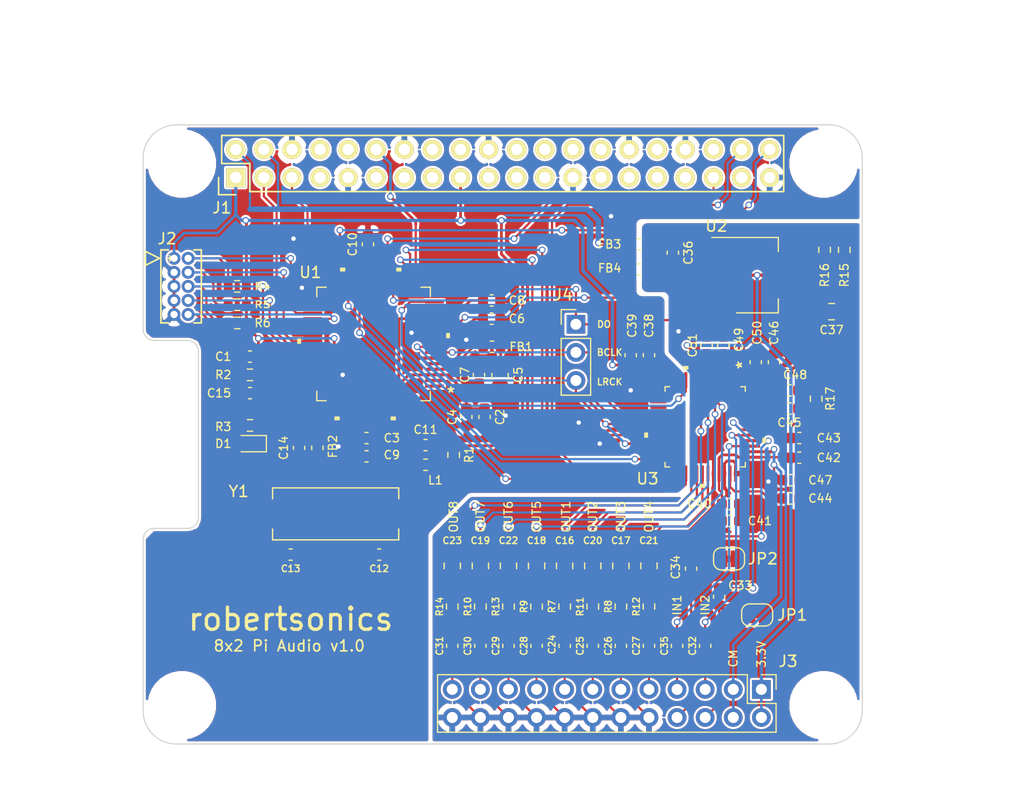
<source format=kicad_pcb>
(kicad_pcb (version 20211014) (generator pcbnew)
  (layers (0 "F.Cu" signal) (31 "B.Cu" signal) (34 "B.Paste" user) (35 "F.Paste" user) (36 "B.SilkS" user "B.Silkscreen") (37 "F.SilkS" user "F.Silkscreen") (38 "B.Mask" user) (39 "F.Mask" user) (44 "Edge.Cuts" user))
  (net 0 "")
  (net 1 "/AnalogIO/OUt8")
  (net 27 "GND")
  (net 28 "+3V3")
  (net 29 "/CPU/VDDOUT")
  (net 30 "Net-(C11-Pad1)")
  (net 31 "Net-(C13-Pad1)")
  (net 32 "Net-(C14-Pad1)")
  (net 33 "GNDA")
  (net 34 "+3.3VA")
  (net 57 "Net-(L1-Pad2)")
  (net 58 "Net-(C12-Pad2)")
  (net 59 "/CPU/NRST")
  (net 60 "Net-(C21-Pad1)")
  (net 61 "Net-(C22-Pad1)")
  (net 62 "Net-(C32-Pad1)")
  (net 63 "Net-(D1-Pad2)")
  (net 64 "/CPU/LED")
  (net 65 "Net-(FB1-Pad1)")
  (net 66 "+5V")
  (net 67 "/CPU/TDI")
  (net 68 "/CPU/SWO")
  (net 69 "/CPU/SWCLK")
  (net 70 "/CPU/SWDIO")
  (net 71 "/CPU/SDA")
  (net 72 "/CPU/I2S_DI")
  (net 73 "/CPU/I2S_LRCK")
  (net 74 "/CPU/I2S_BCLK")
  (net 75 "/CPU/SCK")
  (net 76 "/AnalogIO/OUT1")
  (net 77 "/AnalogIO/OUT3")
  (net 78 "/AnalogIO/OUT5")
  (net 79 "/AnalogIO/OUT7")
  (net 80 "/AnalogIO/OUT2")
  (net 81 "/AnalogIO/OUT4")
  (net 82 "/AnalogIO/OUT6")
  (net 84 "Net-(C44-Pad2)")
  (net 85 "Net-(C45-Pad2)")
  (net 86 "/AnalogIO/IN2P")
  (net 87 "/AnalogIO/IN1P")
  (net 88 "/AnalogIO/IN1N")
  (net 89 "/AnalogIO/IN2N")
  (net 90 "/Codec/I2S_DO")
  (net 91 "/CPU/TDM_LRCK")
  (net 92 "/CPU/TDM_BCLK")
  (net 93 "/CPU/TDM_DO")
  (net 94 "/CPU/SPI_MISO")
  (net 95 "/CPU/SPI_CS")
  (net 96 "/CPU/SPI_CLK")
  (net 97 "/CPU/SPI_MOSI")
  (net 98 "/CPU/TDM_MCLK")
  (net 99 "Net-(C16-Pad1)")
  (net 100 "Net-(C17-Pad1)")
  (net 101 "Net-(C18-Pad1)")
  (net 102 "Net-(C19-Pad1)")
  (net 103 "Net-(C20-Pad1)")
  (net 104 "Net-(C23-Pad1)")
  (net 105 "Net-(C24-Pad2)")
  (net 106 "Net-(C25-Pad2)")
  (net 107 "Net-(C26-Pad2)")
  (net 108 "Net-(C27-Pad2)")
  (net 109 "Net-(C28-Pad2)")
  (net 110 "Net-(C29-Pad2)")
  (net 111 "Net-(C30-Pad2)")
  (net 112 "Net-(C31-Pad2)")
  (net 113 "Net-(C35-Pad1)")
  (net 114 "/Codec/+5VA")
  (net 115 "Net-(C45-Pad1)")
  (net 116 "/AnalogIO/CM")
  (net 117 "Net-(R15-Pad1)")
  (net 119 "/CPU/CODEC_RST")
  (net 130 "/AnalogIO/INPUT2N")
  (net 131 "/AnalogIO/INPUT1N")
  (footprint "RPi_Hat:RPi_Hat_Mounting_Hole" (layer "F.Cu") (at 135.033 66.484)
    (fp_text reference "" hide)
    (fp_text value "" hide)
  )
  (footprint "RPi_Hat:RPi_Hat_Mounting_Hole" (layer "F.Cu") (at 77.033 66.484)
    (fp_text reference "" hide)
    (fp_text value "" hide)
  )
  (footprint "RPi_Hat:RPi_Hat_Mounting_Hole" (layer "F.Cu") (at 77.033 115.484)
    (fp_text reference "" hide)
    (fp_text value "" hide)
  )
  (footprint "RPi_Hat:RPi_Hat_Mounting_Hole" (layer "F.Cu") (at 135.033 115.484)
    (fp_text reference "" hide)
    (fp_text value "" hide)
  )
  (footprint "RPi_Hat:Pin_Header_Straight_2x20" (layer "F.Cu") (at 106.033 66.484 90)
    (fp_text reference "J1")
    (fp_text value "RPi_GPIO")
  )
  (footprint "Capacitor_SMD:C_0603_1608Metric" (layer "F.Cu") (at 83.185 83.947 180)
    (fp_text reference "C1")
    (fp_text value "0.1uF")
  )
  (footprint "Capacitor_SMD:C_0603_1608Metric" (layer "F.Cu") (at 93.726 91.313 180)
    (fp_text reference "C3")
    (fp_text value "0.1uF")
  )
  (footprint "Capacitor_SMD:C_0603_1608Metric" (layer "F.Cu") (at 93.853 73.787 90)
    (fp_text reference "C10")
    (fp_text value "0.1uF")
  )
  (footprint "Capacitor_SMD:C_0603_1608Metric" (layer "F.Cu") (at 86.868 101.854)
    (fp_text reference "C13")
    (fp_text value "20pF")
  )
  (footprint "Capacitor_SMD:C_0603_1608Metric" (layer "F.Cu") (at 99.06 91.948)
    (fp_text reference "C11")
    (fp_text value "4.7uF")
  )
  (footprint "Capacitor_SMD:C_0603_1608Metric" (layer "F.Cu") (at 121.412 74.549 -90)
    (fp_text reference "C36")
    (fp_text value "0.1uF")
  )
  (footprint "Capacitor_SMD:C_0805_2012Metric" (layer "F.Cu") (at 135.763 79.883)
    (fp_text reference "C37")
    (fp_text value "10uF")
  )
  (footprint "Inductor_SMD:L_0603_1608Metric" (layer "F.Cu") (at 118.364 73.787 180)
    (fp_text reference "FB3")
    (fp_text value "600R")
  )
  (footprint "Inductor_SMD:L_0603_1608Metric" (layer "F.Cu") (at 99.06 93.726)
    (fp_text reference "L1")
    (fp_text value "10uH")
  )
  (footprint "Resistor_SMD:R_0603_1608Metric" (layer "F.Cu") (at 101.6 92.837 -90)
    (fp_text reference "R1")
    (fp_text value "2.2")
  )
  (footprint "Resistor_SMD:R_0603_1608Metric" (layer "F.Cu") (at 136.906 74.295 -90)
    (fp_text reference "R15")
    (fp_text value "390")
  )
  (footprint "Resistor_SMD:R_0603_1608Metric" (layer "F.Cu") (at 135.128 74.295 -90)
    (fp_text reference "R16")
    (fp_text value "240")
  )
  (footprint "Package_TO_SOT_SMD:SOT-223-3_TabPin2" (layer "F.Cu") (at 129.032 76.581)
    (fp_text reference "U2")
    (fp_text value "LM1117-3.3")
  )
  (footprint "XTAL_ABLS-24.000MHZ-B4-T:XTAL_ABLS-24.000MHZ-B4-T" (layer "F.Cu") (at 90.932 98.171 180)
    (fp_text reference "Y1")
    (fp_text value "ABLS-LR-11.2896")
  )
  (footprint "Capacitor_SMD:C_0603_1608Metric" (layer "F.Cu") (at 104.394 89.408 90)
    (fp_text reference "C2")
    (fp_text value "0.1uF")
  )
  (footprint "Capacitor_SMD:C_0603_1608Metric" (layer "F.Cu") (at 102.743 89.408 90)
    (fp_text reference "C4")
    (fp_text value "2.2uF")
  )
  (footprint "Capacitor_SMD:C_0805_2012Metric" (layer "F.Cu") (at 105.791 85.725 90)
    (fp_text reference "C5")
    (fp_text value "10uF")
  )
  (footprint "Capacitor_SMD:C_0603_1608Metric" (layer "F.Cu") (at 103.886 85.598 90)
    (fp_text reference "C7")
    (fp_text value "0.1uF")
  )
  (footprint "Capacitor_SMD:C_0603_1608Metric" (layer "F.Cu") (at 83.185 87.249)
    (fp_text reference "C15")
    (fp_text value "0.1uF")
  )
  (footprint "Inductor_SMD:L_0603_1608Metric" (layer "F.Cu") (at 105.0545 83.058)
    (fp_text reference "FB1")
    (fp_text value "470")
  )
  (footprint "JTAG-header:62201021121" (layer "F.Cu") (at 76.327 75.057 90)
    (fp_text reference "J2")
    (fp_text value "CONN_62201021121_WRE" hide)
  )
  (footprint "Resistor_SMD:R_0603_1608Metric" (layer "F.Cu") (at 83.185 85.598)
    (fp_text reference "R2")
    (fp_text value "10K")
  )
  (footprint "Resistor_SMD:R_0603_1608Metric" (layer "F.Cu") (at 83.185 90.17)
    (fp_text reference "R3")
    (fp_text value "330")
  )
  (footprint "Resistor_SMD:R_0603_1608Metric" (layer "F.Cu") (at 82.042 77.597)
    (fp_text reference "R4")
    (fp_text value "100K")
  )
  (footprint "Resistor_SMD:R_0603_1608Metric" (layer "F.Cu") (at 82.042 79.248)
    (fp_text reference "R5")
    (fp_text value "100K")
  )
  (footprint "Resistor_SMD:R_0603_1608Metric" (layer "F.Cu") (at 82.042 80.899)
    (fp_text reference "R6")
    (fp_text value "100K")
  )
  (footprint "Capacitor_SMD:C_0603_1608Metric" (layer "F.Cu") (at 105.029 78.867)
    (fp_text reference "C8")
    (fp_text value "0.1uF")
  )
  (footprint "Capacitor_SMD:C_0603_1608Metric" (layer "F.Cu") (at 93.726 92.964 180)
    (fp_text reference "C9")
    (fp_text value "0.1uF")
  )
  (footprint "Capacitor_SMD:C_0603_1608Metric" (layer "F.Cu") (at 119.253 83.82 90)
    (fp_text reference "C38")
    (fp_text value "0.1uF")
  )
  (footprint "Capacitor_SMD:C_0603_1608Metric" (layer "F.Cu") (at 117.602 83.82 90)
    (fp_text reference "C39")
    (fp_text value "1.0uF")
  )
  (footprint "Capacitor_SMD:C_0603_1608Metric" (layer "F.Cu") (at 132.067 96.774 180)
    (fp_text reference "C44")
    (fp_text value "0.1uF")
  )
  (footprint "Capacitor_SMD:C_0603_1608Metric" (layer "F.Cu") (at 131.953 88.646)
    (fp_text reference "C45")
    (fp_text value "5.6nF")
  )
  (footprint "Capacitor_SMD:C_0603_1608Metric" (layer "F.Cu") (at 132.08 95.123)
    (fp_text reference "C47")
    (fp_text value "0.1uF")
  )
  (footprint "Capacitor_SMD:C_0603_1608Metric" (layer "F.Cu") (at 131.953 86.995)
    (fp_text reference "C48")
    (fp_text value "390nF")
  )
  (footprint "Capacitor_SMD:C_0603_1608Metric" (layer "F.Cu") (at 126.619 97.282)
    (fp_text reference "C40")
    (fp_text value "1.0uF")
  )
  (footprint "Capacitor_SMD:C_0805_2012Metric" (layer "F.Cu") (at 111.633 102.87 90)
    (fp_text reference "C16")
    (fp_text value "22uF")
  )
  (footprint "Capacitor_SMD:C_0805_2012Metric" (layer "F.Cu") (at 116.713 102.87 90)
    (fp_text reference "C17")
    (fp_text value "22uF")
  )
  (footprint "Capacitor_SMD:C_0805_2012Metric" (layer "F.Cu") (at 109.093 102.87 90)
    (fp_text reference "C18")
    (fp_text value "22uF")
  )
  (footprint "Capacitor_SMD:C_0603_1608Metric" (layer "F.Cu") (at 126.619 98.806)
    (fp_text reference "C41")
    (fp_text value "0.1uF")
  )
  (footprint "Capacitor_SMD:C_0805_2012Metric" (layer "F.Cu") (at 119.253 102.87 90)
    (fp_text reference "C21")
    (fp_text value "22uF")
  )
  (footprint "Capacitor_SMD:C_0805_2012Metric" (layer "F.Cu") (at 106.553 102.87 90)
    (fp_text reference "C22")
    (fp_text value "22uF")
  )
  (footprint "Capacitor_SMD:C_0805_2012Metric" (layer "F.Cu") (at 101.473 102.87 90)
    (fp_text reference "C23")
    (fp_text value "22uF")
  )
  (footprint "Capacitor_SMD:C_0603_1608Metric" (layer "F.Cu") (at 132.842 93.091)
    (fp_text reference "C42")
    (fp_text value "1.0uF")
  )
  (footprint "Capacitor_SMD:C_0603_1608Metric" (layer "F.Cu") (at 111.633 110.109 90)
    (fp_text reference "C24")
    (fp_text value "1.0uF")
  )
  (footprint "Capacitor_SMD:C_0603_1608Metric" (layer "F.Cu") (at 132.842 91.313)
    (fp_text reference "C43")
    (fp_text value "0.1uF")
  )
  (footprint "Capacitor_SMD:C_0603_1608Metric" (layer "F.Cu") (at 130.556 84.455 90)
    (fp_text reference "C46")
    (fp_text value "0.1uF")
  )
  (footprint "Capacitor_SMD:C_0603_1608Metric" (layer "F.Cu") (at 125.984 82.931 90)
    (fp_text reference "C49")
    (fp_text value "0.1uF")
  )
  (footprint "Capacitor_SMD:C_0603_1608Metric" (layer "F.Cu") (at 119.253 110.109 90)
    (fp_text reference "C27")
    (fp_text value "1.0uF")
  )
  (footprint "Capacitor_SMD:C_0603_1608Metric" (layer "F.Cu") (at 128.905 84.455 90)
    (fp_text reference "C50")
    (fp_text value "1.0uF")
  )
  (footprint "Capacitor_SMD:C_0603_1608Metric" (layer "F.Cu") (at 109.093 110.109 90)
    (fp_text reference "C28")
    (fp_text value "1.0uF")
  )
  (footprint "Capacitor_SMD:C_0603_1608Metric" (layer "F.Cu") (at 106.553 110.109 90)
    (fp_text reference "C29")
    (fp_text value "1.0uF")
  )
  (footprint "Capacitor_SMD:C_0603_1608Metric" (layer "F.Cu") (at 104.013 110.109 90)
    (fp_text reference "C30")
    (fp_text value "1.0uF")
  )
  (footprint "Capacitor_SMD:C_0603_1608Metric" (layer "F.Cu") (at 101.473 110.109 90)
    (fp_text reference "C31")
    (fp_text value "1.0uF")
  )
  (footprint "Capacitor_SMD:C_0603_1608Metric" (layer "F.Cu") (at 124.333 110.109 90)
    (fp_text reference "C32")
    (fp_text value "1.0uF")
  )
  (footprint "Capacitor_SMD:C_0603_1608Metric" (layer "F.Cu") (at 121.793 110.109 90)
    (fp_text reference "C35")
    (fp_text value "1.0uF")
  )
  (footprint "Inductor_SMD:L_0603_1608Metric" (layer "F.Cu") (at 118.364 76.073 180)
    (fp_text reference "FB4")
    (fp_text value "600R")
  )
  (footprint "Connector_PinHeader_2.54mm:PinHeader_2x12_P2.54mm_Vertical" (layer "F.Cu") (at 129.413 114.046 -90)
    (fp_text reference "J3")
    (fp_text value "Conn_02x12_Odd_Even")
  )
  (footprint "Connector_PinHeader_2.54mm:PinHeader_1x03_P2.54mm_Vertical" (layer "F.Cu") (at 112.649 81.026)
    (fp_text reference "J4")
    (fp_text value "Conn_01x03")
  )
  (footprint "Resistor_SMD:R_0603_1608Metric" (layer "F.Cu") (at 134.366 87.757 -90)
    (fp_text reference "R17")
    (fp_text value "560")
  )
  (footprint "Resistor_SMD:R_0603_1608Metric" (layer "F.Cu") (at 111.633 106.553 90)
    (fp_text reference "R7")
    (fp_text value "10")
  )
  (footprint "Resistor_SMD:R_0603_1608Metric" (layer "F.Cu") (at 109.093 106.553 90)
    (fp_text reference "R9")
    (fp_text value "10")
  )
  (footprint "Resistor_SMD:R_0603_1608Metric" (layer "F.Cu") (at 104.013 106.553 90)
    (fp_text reference "R10")
    (fp_text value "10")
  )
  (footprint "Resistor_SMD:R_0603_1608Metric" (layer "F.Cu") (at 119.253 106.553 90)
    (fp_text reference "R12")
    (fp_text value "10")
  )
  (footprint "Resistor_SMD:R_0603_1608Metric" (layer "F.Cu") (at 106.553 106.553 90)
    (fp_text reference "R13")
    (fp_text value "10")
  )
  (footprint "Resistor_SMD:R_0603_1608Metric" (layer "F.Cu") (at 101.473 106.553 90)
    (fp_text reference "R14")
    (fp_text value "10")
  )
  (footprint "ADAU1328:ADAU1328BSTZ" (layer "F.Cu") (at 124.333 90.297 -90)
    (fp_text reference "U3")
    (fp_text value "ST_48_ADI" hide)
  )
  (footprint "Capacitor_SMD:C_0603_1608Metric" (layer "F.Cu") (at 116.713 110.109 90)
    (fp_text reference "C26")
    (fp_text value "1.0uF")
  )
  (footprint "Resistor_SMD:R_0603_1608Metric" (layer "F.Cu") (at 116.713 106.553 90)
    (fp_text reference "R8")
    (fp_text value "10")
  )
  (footprint "Capacitor_SMD:C_0603_1608Metric" (layer "F.Cu") (at 114.173 110.109 90)
    (fp_text reference "C25")
    (fp_text value "1.0uF")
  )
  (footprint "Resistor_SMD:R_0603_1608Metric" (layer "F.Cu") (at 114.173 106.553 90)
    (fp_text reference "R11")
    (fp_text value "10")
  )
  (footprint "Capacitor_SMD:C_0805_2012Metric" (layer "F.Cu") (at 114.173 102.87 90)
    (fp_text reference "C20")
    (fp_text value "22uF")
  )
  (footprint "Capacitor_SMD:C_0603_1608Metric" (layer "F.Cu") (at 124.46 82.931 90)
    (fp_text reference "C51")
    (fp_text value "1.0uF")
  )
  (footprint "Inductor_SMD:L_0603_1608Metric" (layer "F.Cu") (at 89.281 92.202 -90)
    (fp_text reference "FB2")
    (fp_text value "470")
  )
  (footprint "Capacitor_SMD:C_0603_1608Metric" (layer "F.Cu") (at 94.869 101.854)
    (fp_text reference "C12")
    (fp_text value "20pF")
  )
  (footprint "Capacitor_SMD:C_0603_1608Metric" (layer "F.Cu") (at 87.63 92.202 -90)
    (fp_text reference "C14")
    (fp_text value "0.1uF")
  )
  (footprint "Capacitor_SMD:C_0603_1608Metric" (layer "F.Cu") (at 105.029 80.518)
    (fp_text reference "C6")
    (fp_text value "0.1uF")
  )
  (footprint "Capacitor_SMD:C_0805_2012Metric" (layer "F.Cu") (at 104.013 102.87 90)
    (fp_text reference "C19")
    (fp_text value "22uF")
  )
  (footprint "ATSAMS70J19:ATSAMS70J19A-AN" (layer "F.Cu") (at 94.361 82.804 180)
    (fp_text reference "U1")
    (fp_text value "LQFP64_10X10_MCH" hide)
  )
  (footprint "LED_SMD:LED_0603_1608Metric" (layer "F.Cu") (at 83.185 91.821 180)
    (fp_text reference "D1")
    (fp_text value "LED")
  )
  (footprint "Capacitor_SMD:C_0603_1608Metric" (layer "F.Cu") (at 123.063 103.124 90)
    (fp_text reference "C34")
    (fp_text value "1.0uF")
  )
  (footprint "Capacitor_SMD:C_0603_1608Metric" (layer "F.Cu") (at 125.603 105.664 90)
    (fp_text reference "C33")
    (fp_text value "1.0uF")
  )
  (footprint "Jumper:SolderJumper-2_P1.3mm_Bridged_RoundedPad1.0x1.5mm" (layer "F.Cu") (at 129.032 107.315)
    (fp_text reference "JP1")
    (fp_text value "SB")
  )
  (footprint "Jumper:SolderJumper-2_P1.3mm_Bridged_RoundedPad1.0x1.5mm" (layer "F.Cu") (at 126.492 102.235)
    (fp_text reference "JP2")
    (fp_text value "SB")
  )
  (gr_arc (start 76.533 118.984) (mid 74.41168 118.10532) (end 73.533 115.984) (layer "Edge.Cuts") (width 0.1))
  (gr_arc (start 138.533 115.984) (mid 137.65432 118.10532) (end 135.533 118.984) (layer "Edge.Cuts") (width 0.1))
  (gr_arc (start 74.533 82.484) (mid 73.825893 82.191107) (end 73.533 81.484) (layer "Edge.Cuts") (width 0.1))
  (gr_arc (start 77.533 82.484) (mid 78.240107 82.776893) (end 78.533 83.484) (layer "Edge.Cuts") (width 0.1))
  (gr_arc (start 78.533 98.484) (mid 78.240107 99.191107) (end 77.533 99.484) (layer "Edge.Cuts") (width 0.1))
  (gr_arc (start 73.533 100.484) (mid 73.825893 99.776893) (end 74.533 99.484) (layer "Edge.Cuts") (width 0.1))
  (gr_arc (start 73.533 65.984) (mid 74.41168 63.86268) (end 76.533 62.984) (layer "Edge.Cuts") (width 0.1))
  (gr_line (start 76.533 62.984) (end 135.533 62.984) (layer "Edge.Cuts") (width 0.1))
  (gr_arc (start 135.533 62.984) (mid 137.65432 63.86268) (end 138.533 65.984) (layer "Edge.Cuts") (width 0.1))
  (gr_line (start 76.533 118.984) (end 135.533 118.984) (layer "Edge.Cuts") (width 0.1))
  (gr_line (start 73.533 100.484) (end 73.533 115.984) (layer "Edge.Cuts") (width 0.1))
  (gr_line (start 74.533 82.484) (end 77.533 82.484) (layer "Edge.Cuts") (width 0.1))
  (gr_line (start 73.533 65.984) (end 73.533 81.484) (layer "Edge.Cuts") (width 0.1))
  (gr_line (start 78.533 83.484) (end 78.533 98.484) (layer "Edge.Cuts") (width 0.1))
  (gr_line (start 74.533 99.484) (end 77.533 99.484) (layer "Edge.Cuts") (width 0.1))
  (gr_line (start 138.533 65.984) (end 138.533 115.984) (layer "Edge.Cuts") (width 0.1))
  (gr_text "OUT2\n" (at 114.173 98.425 90) (layer "F.SilkS") (effects (font (size 0.75 0.75) (thickness 0.12))))
  (gr_text "3.3V" (at 129.413 110.871 90) (layer "F.SilkS") (effects (font (size 0.75 0.75) (thickness 0.12))))
  (gr_text "OUT5" (at 109.093 98.425 90) (layer "F.SilkS") (effects (font (size 0.75 0.75) (thickness 0.12))))
  (gr_text "OUT8" (at 101.6 98.425 90) (layer "F.SilkS") (effects (font (size 0.75 0.75) (thickness 0.12))))
  (gr_text "IN2" (at 124.333 106.426 90) (layer "F.SilkS") (effects (font (size 0.75 0.75) (thickness 0.12))))
  (gr_text "BCLK" (at 115.697 83.566) (layer "F.SilkS") (effects (font (size 0.6 0.6) (thickness 0.12))))
  (gr_text "LRCK" (at 115.697 86.233) (layer "F.SilkS") (effects (font (size 0.6 0.6) (thickness 0.12))))
  (gr_text "OUT3" (at 116.713 98.425 90) (layer "F.SilkS") (effects (font (size 0.75 0.75) (thickness 0.12))))
  (gr_text "OUT6" (at 106.553 98.425 90) (layer "F.SilkS") (effects (font (size 0.75 0.75) (thickness 0.12))))
  (gr_text "OUT1" (at 111.76 98.425 90) (layer "F.SilkS") (effects (font (size 0.75 0.75) (thickness 0.12))))
  (gr_text "CM" (at 126.873 111.252 90) (layer "F.SilkS") (effects (font (size 0.75 0.75) (thickness 0.12))))
  (gr_text "robertsonics" (at 86.868 107.696) (layer "F.SilkS") (effects (font (size 2 2) (thickness 0.3))))
  (gr_text "OUT4" (at 119.253 98.425 90) (layer "F.SilkS") (effects (font (size 0.75 0.75) (thickness 0.12))))
  (gr_text "IN1" (at 121.793 106.426 90) (layer "F.SilkS") (effects (font (size 0.75 0.75) (thickness 0.12))))
  (gr_text "DO" (at 115.189 81.026) (layer "F.SilkS") (effects (font (size 0.6 0.6) (thickness 0.12))))
  (gr_text "8x2 Pi Audio v1.0" (at 86.741 110.109) (layer "F.SilkS") (effects (font (size 1 1))))
  (gr_text "OUT7" (at 104.013 98.425 90) (layer "F.SilkS") (effects (font (size 0.75 0.75) (thickness 0.12))))
  (segment (start 123.952 88.646) (end 123.083 87.777) (width 0.2) (layer "F.Cu") (net 1))
  (segment (start 123.083 87.777) (end 123.083 86.072) (width 0.2) (layer "F.Cu") (net 1))
  (segment (start 103.505 97.409) (end 101.473 99.441) (width 0.2) (layer "F.Cu") (net 1))
  (segment (start 123.952 90.678) (end 123.952 88.646) (width 0.2) (layer "F.Cu") (net 1))
  (segment (start 101.473 99.441) (end 101.473 101.92) (width 0.2) (layer "F.Cu") (net 1))
  (via (at 123.952 90.678) (size 0.6) (drill 0.4) (layers "F.Cu" "B.Cu") (net 1))
  (via (at 103.505 97.409) (size 0.6) (drill 0.4) (layers "F.Cu" "B.Cu") (net 1))
  (segment (start 123.952 95.377) (end 123.952 90.678) (width 0.2) (layer "B.Cu") (net 1))
  (segment (start 103.505 97.409) (end 121.92 97.409) (width 0.2) (layer "B.Cu") (net 1))
  (segment (start 121.92 97.409) (end 123.952 95.377) (width 0.2) (layer "B.Cu") (net 1))
  (segment (start 76.327 76.327) (end 76.327 77.597) (width 0.25) (layer "F.Cu") (net 27))
  (segment (start 76.327 77.597) (end 76.327 78.867) (width 0.25) (layer "F.Cu") (net 27))
  (segment (start 76.327 78.867) (end 76.327 80.137) (width 0.25) (layer "F.Cu") (net 27))
  (via (at 91.186 92.075) (size 0.6) (drill 0.4) (layers "F.Cu" "B.Cu") (net 27))
  (via (at 87.122 73.279) (size 0.6) (drill 0.4) (layers "F.Cu" "B.Cu") (net 27))
  (via (at 112.903 89.916) (size 0.6) (drill 0.4) (layers "F.Cu" "B.Cu") (net 27))
  (via (at 117.602 86.995) (size 0.6) (drill 0.4) (layers "F.Cu" "B.Cu") (net 27))
  (via (at 91.567 85.598) (size 0.6) (drill 0.4) (layers "F.Cu" "B.Cu") (net 27))
  (via (at 114.808 91.821) (size 0.6) (drill 0.4) (layers "F.Cu" "B.Cu") (net 27))
  (via (at 97.79 81.788) (size 0.6) (drill 0.4) (layers "F.Cu" "B.Cu") (net 27))
  (via (at 102.743 82.423) (size 0.6) (drill 0.4) (layers "F.Cu" "B.Cu") (net 27))
  (via (at 87.884 77.724) (size 0.6) (drill 0.4) (layers "F.Cu" "B.Cu") (net 27))
  (via (at 106.299 89.281) (size 0.6) (drill 0.4) (layers "F.Cu" "B.Cu") (net 27))
  (via (at 115.824 71.247) (size 0.6) (drill 0.4) (layers "F.Cu" "B.Cu") (net 27))
  (segment (start 84.01 90.17) (end 84.963 90.17) (width 0.25) (layer "F.Cu") (net 28))
  (segment (start 105.092 92.012) (end 101.6 92.012) (width 0.25) (layer "F.Cu") (net 28))
  (segment (start 105.791 84.775) (end 103.934 84.775) (width 0.25) (layer "F.Cu") (net 28))
  (segment (start 117.602 84.595) (end 119.253 84.595) (width 0.25) (layer "F.Cu") (net 28))
  (segment (start 82.867 77.597) (end 82.867 71.691) (width 0.25) (layer "F.Cu") (net 28))
  (segment (start 102.616 85.09) (end 102.87 84.823) (width 0.25) (layer "F.Cu") (net 28))
  (segment (start 99.8601 85.09) (end 102.616 85.09) (width 0.25) (layer "F.Cu") (net 28))
  (segment (start 102.223 67.754) (end 102.223 71.616) (width 0.25) (layer "F.Cu") (net 28))
  (segment (start 95.123 89.916) (end 95.123 88.3031) (width 0.2) (layer "F.Cu") (net 28))
  (segment (start 85.217 85.852) (end 84.963 85.598) (width 0.25) (layer "F.Cu") (net 28))
  (segment (start 84.963 85.598) (end 84.01 85.598) (width 0.25) (layer "F.Cu") (net 28))
  (segment (start 105.537 81.788) (end 105.842 82.093) (width 0.25) (layer "F.Cu") (net 28))
  (segment (start 90.297 83.566) (end 88.8619 83.566) (width 0.25) (layer "F.Cu") (net 28))
  (segment (start 99.8601 82.042) (end 101.981 82.042) (width 0.25) (layer "F.Cu") (net 28))
  (segment (start 102.87 84.823) (end 103.886 84.823) (width 0.25) (layer "F.Cu") (net 28))
  (segment (start 85.217 89.916) (end 85.217 85.852) (width 0.25) (layer "F.Cu") (net 28))
  (segment (start 105.842 82.093) (end 105.842 83.058) (width 0.25) (layer "F.Cu") (net 28))
  (segment (start 90.805 83.058) (end 92.456 84.709) (width 0.25) (layer "F.Cu") (net 28))
  (segment (start 84.01 83.897) (end 83.96 83.947) (width 0.25) (layer "F.Cu") (net 28))
  (segment (start 83.947 83.934) (end 83.96 83.947) (width 0.25) (layer "F.Cu") (net 28))
  (segment (start 103.934 84.775) (end 103.886 84.823) (width 0.25) (layer "F.Cu") (net 28))
  (segment (start 103.505 80.518) (end 104.254 80.518) (width 0.25) (layer "F.Cu") (net 28))
  (segment (start 119.253 85.471) (end 120.108 86.326) (width 0.25) (layer "F.Cu") (net 28))
  (segment (start 105.791 84.775) (end 107.762 84.775) (width 0.25) (layer "F.Cu") (net 28))
  (segment (start 94.501 90.538) (end 95.123 89.916) (width 0.2) (layer "F.Cu") (net 28))
  (segment (start 119.253 84.595) (end 119.253 85.471) (width 0.25) (layer "F.Cu") (net 28))
  (segment (start 117.488 84.709) (end 117.602 84.595) (width 0.25) (layer "F.Cu") (net 28))
  (segment (start 104.254 80.518) (end 104.254 81.521) (width 0.25) (layer "F.Cu") (net 28))
  (segment (start 115.951 84.709) (end 117.488 84.709) (width 0.25) (layer "F.Cu") (net 28))
  (segment (start 105.918 74.676) (end 107.823 76.581) (width 0.25) (layer "F.Cu") (net 28))
  (segment (start 84.963 90.17) (end 85.217 89.916) (width 0.25) (layer "F.Cu") (net 28))
  (segment (start 95.123 86.614) (end 93.218 84.709) (width 0.25) (layer "F.Cu") (net 28))
  (segment (start 102.223 71.616) (end 102.235 71.628) (width 0.25) (layer "F.Cu") (net 28))
  (segment (start 90.805 83.058) (end 90.297 83.566) (width 0.25) (layer "F.Cu") (net 28))
  (segment (start 94.501 91.313) (end 94.501 90.538) (width 0.2) (layer "F.Cu") (net 28))
  (segment (start 90.805 82.296) (end 90.805 83.058) (width 0.25) (layer "F.Cu") (net 28))
  (segment (start 105.842 84.724) (end 105.791 84.775) (width 0.25) (layer "F.Cu") (net 28))
  (segment (start 107.823 76.581) (end 107.823 84.836) (width 0.25) (layer "F.Cu") (net 28))
  (segment (start 101.981 82.042) (end 103.505 80.518) (width 0.25) (layer "F.Cu") (net 28))
  (segment (start 105.918 71.628) (end 105.918 74.676) (width 0.25) (layer "F.Cu") (net 28))
  (segment (start 83.96 83.947) (end 83.96 85.548) (width 0.25) (layer "F.Cu") (net 28))
  (segment (start 83.96 85.548) (end 84.01 85.598) (width 0.25) (layer "F.Cu") (net 28))
  (segment (start 104.254 81.521) (end 104.521 81.788) (width 0.25) (layer "F.Cu") (net 28))
  (segment (start 82.867 81.216) (end 83.947 82.296) (width 0.25) (layer "F.Cu") (net 28))
  (segment (start 107.823 84.836) (end 107.823 89.281) (width 0.25) (layer "F.Cu") (net 28))
  (segment (start 105.842 83.058) (end 105.842 84.724) (width 0.25) (layer "F.Cu") (net 28))
  (segment (start 82.867 71.691) (end 82.804 71.628) (width 0.25) (layer "F.Cu") (net 28))
  (segment (start 107.762 84.775) (end 107.823 84.836) (width 0.25) (layer "F.Cu") (net 28))
  (segment (start 120.108 86.326) (end 120.108 87.547) (width 0.25) (layer "F.Cu") (net 28))
  (segment (start 107.823 89.281) (end 105.092 92.012) (width 0.25) (layer "F.Cu") (net 28))
  (segment (start 95.123 88.3031) (end 95.123 86.614) (width 0.25) (layer "F.Cu") (net 28))
  (segment (start 83.947 82.296) (end 83.947 83.934) (width 0.25) (layer "F.Cu") (net 28))
  (segment (start 82.867 77.597) (end 82.867 79.248) (width 0.25) (layer "F.Cu") (net 28))
  (segment (start 82.867 80.899) (end 82.867 81.216) (width 0.25) (layer "F.Cu") (net 28))
  (segment (start 104.521 81.788) (end 105.537 81.788) (width 0.25) (layer "F.Cu") (net 28))
  (segment (start 82.867 79.248) (end 82.867 80.899) (width 0.25) (layer "F.Cu") (net 28))
  (segment (start 92.456 84.709) (end 93.218 84.709) (width 0.25) (layer "F.Cu") (net 28))
  (via (at 105.918 71.628) (size 0.6) (drill 0.4) (layers "F.Cu" "B.Cu") (net 28))
  (via (at 82.804 71.628) (size 0.6) (drill 0.4) (layers "F.Cu" "B.Cu") (net 28))
  (via (at 83.947 82.296) (size 0.6) (drill 0.4) (layers "F.Cu" "B.Cu") (net 28))
  (via (at 102.235 71.628) (size 0.6) (drill 0.4) (layers "F.Cu" "B.Cu") (net 28))
  (via (at 90.805 82.296) (size 0.6) (drill 0.4) (layers "F.Cu" "B.Cu") (net 28))
  (via (at 115.951 84.709) (size 0.6) (drill 0.4) (layers "F.Cu" "B.Cu") (net 28))
  (segment (start 115.951 84.709) (end 115.951 78.867) (width 0.3) (layer "B.Cu") (net 28))
  (segment (start 83.947 82.296) (end 90.805 82.296) (width 0.25) (layer "B.Cu") (net 28))
  (segment (start 82.423 71.628) (end 82.677 71.628) (width 0.3) (layer "B.Cu") (net 28))
  (segment (start 77.216 72.771) (end 76.327 73.66) (width 0.25) (layer "B.Cu") (net 28))
  (segment (start 81.903 67.754) (end 81.903 71.108) (width 0.3) (layer "B.Cu") (net 28))
  (segment (start 82.804 71.628) (end 102.235 71.628) (width 0.3) (layer "B.Cu") (net 28))
  (segment (start 113.284 72.39) (end 112.522 71.628) (width 0.3) (layer "B.Cu") (net 28))
  (segment (start 80.264 72.771) (end 77.216 72.771) (width 0.25) (layer "B.Cu") (net 28))
  (segment (start 112.522 71.628) (end 105.918 71.628) (width 0.3) (layer "B.Cu") (net 28))
  (segment (start 81.903 71.108) (end 82.423 71.628) (width 0.3) (layer "B.Cu") (net 28))
  (segment (start 81.903 71.108) (end 81.903 71.132) (width 0.25) (layer "B.Cu") (net 28))
  (segment (start 81.903 71.132) (end 80.264 72.771) (width 0.25) (layer "B.Cu") (net 28))
  (segment (start 113.284 76.2) (end 113.284 72.39) (width 0.3) (layer "B.Cu") (net 28))
  (segment (start 82.677 71.628) (end 82.804 71.628) (width 0.3) (layer "B.Cu") (net 28))
  (segment (start 102.235 71.628) (end 105.918 71.628) (width 0.3) (layer "B.Cu") (net 28))
  (segment (start 115.951 78.867) (end 113.284 76.2) (width 0.3) (layer "B.Cu") (net 28))
  (segment (start 76.327 73.66) (end 76.327 75.057) (width 0.25) (layer "B.Cu") (net 28))
  (segment (start 94.107 94.488) (end 94.501 94.094) (width 0.2) (layer "F.Cu") (net 29))
  (segment (start 97.536 85.598) (end 99.8601 85.598) (width 0.25) (layer "F.Cu") (net 29))
  (segment (start 99.8601 80.518) (end 98.044 80.518) (width 0.25) (layer "F.Cu") (net 29))
  (segment (start 97.028 80.518) (end 96.647 80.518) (width 0.25) (layer "F.Cu") (net 29))
  (segment (start 95.631 80.518) (end 94.615 79.502) (width 0.25) (layer "F.Cu") (net 29))
  (segment (start 99.8601 80.518) (end 101.473 80.518) (width 0.25) (layer "F.Cu") (net 29))
  (segment (start 94.869 92.964) (end 95.758 92.075) (width 0.2) (layer "F.Cu") (net 29))
  (segment (start 94.501 92.964) (end 94.869 92.964) (width 0.2) (layer "F.Cu") (net 29))
  (segment (start 101.473 80.518) (end 103.124 78.867) (width 0.25) (layer "F.Cu") (net 29))
  (segment (start 102.743 88.633) (end 102.743 87.249) (width 0.25) (layer "F.Cu") (net 29))
  (segment (start 89.281 92.9895) (end 89.281 94.234) (width 0.2) (layer "F.Cu") (net 29))
  (segment (start 89.281 94.234) (end 89.535 94.488) (width 0.2) (layer "F.Cu") (net 29))
  (segment (start 101.092 85.598) (end 99.8601 85.598) (width 0.25) (layer "F.Cu") (net 29))
  (segment (start 98.044 80.518) (end 97.028 80.518) (width 0.25) (layer "F.Cu") (net 29))
  (segment (start 96.647 80.518) (end 95.631 80.518) (width 0.25) (layer "F.Cu") (net 29))
  (segment (start 94.615 79.502) (end 94.615 77.3049) (width 0.25) (layer "F.Cu") (net 29))
  (segment (start 95.758 90.551) (end 96.647 89.662) (width 0.2) (layer "F.Cu") (net 29))
  (segment (start 102.743 87.249) (end 101.092 85.598) (width 0.25) (layer "F.Cu") (net 29))
  (segment (start 103.124 78.867) (end 104.254 78.867) (width 0.25) (layer "F.Cu") (net 29))
  (segment (start 96.647 86.487) (end 96.647 88.3031) (width 0.25) (layer "F.Cu") (net 29))
  (segment (start 89.535 94.488) (end 94.107 94.488) (width 0.2) (layer "F.Cu") (net 29))
  (segment (start 96.647 86.487) (end 97.536 85.598) (width 0.25) (layer "F.Cu") (net 29))
  (segment (start 102.743 88.633) (end 104.394 88.633) (width 0.2) (layer "F.Cu") (net 29))
  (segment (start 94.615 77.3049) (end 94.615 75.324) (width 0.25) (layer "F.Cu") (net 29))
  (segment (start 96.647 89.662) (end 96.647 88.3031) (width 0.2) (layer "F.Cu") (net 29))
  (segment (start 94.501 94.094) (end 94.501 92.964) (width 0.2) (layer "F.Cu") (net 29))
  (segment (start 94.615 75.324) (end 93.853 74.562) (width 0.25) (layer "F.Cu") (net 29))
  (segment (start 96.647 86.487) (end 96.647 80.518) (width 0.25) (layer "F.Cu") (net 29))
  (segment (start 95.758 92.075) (end 95.758 90.551) (width 0.2) (layer "F.Cu") (net 29))
  (segment (start 98.171 91.834) (end 98.285 91.948) (width 0.2) (layer "F.Cu") (net 30))
  (segment (start 98.171 88.3031) (end 98.171 91.834) (width 0.2) (layer "F.Cu") (net 30))
  (segment (start 98.285 93.7135) (end 98.2725 93.726) (width 0.2) (layer "F.Cu") (net 30))
  (segment (start 98.285 91.948) (end 98.285 93.7135) (width 0.2) (layer "F.Cu") (net 30))
  (segment (start 97.155 88.3031) (end 97.155 90.297) (width 0.2) (layer "F.Cu") (net 31))
  (segment (start 94.996 95.504) (end 90.678 95.504) (width 0.2) (layer "F.Cu") (net 31))
  (segment (start 96.393 91.059) (end 96.393 94.107) (width 0.2) (layer "F.Cu") (net 31))
  (segment (start 88.011 98.171) (end 86.182 98.171) (width 0.2) (layer "F.Cu") (net 31))
  (segment (start 90.678 95.504) (end 88.011 98.171) (width 0.2) (layer "F.Cu") (net 31))
  (segment (start 86.093 101.854) (end 86.093 98.26) (width 0.2) (layer "F.Cu") (net 31))
  (segment (start 86.093 98.26) (end 86.182 98.171) (width 0.2) (layer "F.Cu") (net 31))
  (segment (start 96.393 94.107) (end 94.996 95.504) (width 0.2) (layer "F.Cu") (net 31))
  (segment (start 97.155 90.297) (end 96.393 91.059) (width 0.2) (layer "F.Cu") (net 31))
  (segment (start 89.3065 91.4145) (end 90.678 90.043) (width 0.2) (layer "F.Cu") (net 32))
  (segment (start 89.281 91.4145) (end 87.6425 91.4145) (width 0.2) (layer "F.Cu") (net 32))
  (segment (start 91.694 90.043) (end 92.075 89.662) (width 0.2) (layer "F.Cu") (net 32))
  (segment (start 92.075 89.662) (end 92.075 88.3031) (width 0.2) (layer "F.Cu") (net 32))
  (segment (start 89.281 91.4145) (end 89.3065 91.4145) (width 0.2) (layer "F.Cu") (net 32))
  (segment (start 90.678 90.043) (end 91.694 90.043) (width 0.2) (layer "F.Cu") (net 32))
  (segment (start 87.6425 91.4145) (end 87.63 91.427) (width 0.2) (layer "F.Cu") (net 32))
  (segment (start 107.823 113.03) (end 107.823 115.316) (width 0.2) (layer "F.Cu") (net 33))
  (segment (start 114.173 111.76) (end 112.903 113.03) (width 0.2) (layer "F.Cu") (net 33))
  (segment (start 115.443 113.03) (end 115.443 115.316) (width 0.2) (layer "F.Cu") (net 33))
  (segment (start 116.713 110.884) (end 116.713 111.76) (width 0.2) (layer "F.Cu") (net 33))
  (segment (start 105.283 115.316) (end 106.553 116.586) (width 0.2) (layer "F.Cu") (net 33))
  (segment (start 104.013 110.884) (end 104.013 111.76) (width 0.2) (layer "F.Cu") (net 33))
  (segment (start 116.713 111.76) (end 115.443 113.03) (width 0.2) (layer "F.Cu") (net 33))
  (segment (start 126.082999 93.627001) (end 126.284321 93.391321) (width 0.25) (layer "F.Cu") (net 33))
  (segment (start 106.553 110.884) (end 106.553 111.76) (width 0.2) (layer "F.Cu") (net 33))
  (segment (start 104.013 111.76) (end 102.743 113.03) (width 0.2) (layer "F.Cu") (net 33))
  (segment (start 117.983 113.03) (end 117.983 115.316) (width 0.2) (layer "F.Cu") (net 33))
  (segment (start 110.363 115.316) (end 111.633 116.586) (width 0.2) (layer "F.Cu") (net 33))
  (segment (start 110.363 113.03) (end 110.363 115.316) (width 0.2) (layer "F.Cu") (net 33))
  (segment (start 126.284321 93.391321) (end 126.875321 93.391321) (width 0.25) (layer "F.Cu") (net 33))
  (segment (start 112.903 115.316) (end 114.173 116.586) (width 0.2) (layer "F.Cu") (net 33))
  (segment (start 106.553 111.76) (end 105.283 113.03) (width 0.2) (layer "F.Cu") (net 33))
  (segment (start 117.983 115.316) (end 119.253 116.586) (width 0.2) (layer "F.Cu") (net 33))
  (segment (start 114.173 110.884) (end 114.173 111.76) (width 0.2) (layer "F.Cu") (net 33))
  (segment (start 102.743 115.316) (end 104.013 116.586) (width 0.2) (layer "F.Cu") (net 33))
  (segment (start 127.083 93.599) (end 127.083 94.522) (width 0.25) (layer "F.Cu") (net 33))
  (segment (start 102.743 113.03) (end 102.743 115.316) (width 0.2) (layer "F.Cu") (net 33))
  (segment (start 109.093 111.76) (end 107.823 113.03) (width 0.2) (layer "F.Cu") (net 33))
  (segment (start 109.093 110.884) (end 109.093 111.76) (width 0.2) (layer "F.Cu") (net 33))
  (segment (start 119.253 110.884) (end 119.253 111.76) (width 0.2) (layer "F.Cu") (net 33))
  (segment (start 111.633 111.76) (end 110.363 113.03) (width 0.2) (layer "F.Cu") (net 33))
  (segment (start 111.633 110.884) (end 111.633 111.76) (width 0.2) (layer "F.Cu") (net 33))
  (segment (start 115.443 115.316) (end 116.713 116.586) (width 0.2) (layer "F.Cu") (net 33))
  (segment (start 126.875321 93.391321) (end 127.083 93.599) (width 0.25) (layer "F.Cu") (net 33))
  (segment (start 107.823 115.316) (end 109.093 116.586) (width 0.2) (layer "F.Cu") (net 33))
  (segment (start 105.283 113.03) (end 105.283 115.316) (width 0.2) (layer "F.Cu") (net 33))
  (segment (start 119.253 111.76) (end 117.983 113.03) (width 0.2) (layer "F.Cu") (net 33))
  (segment (start 126.082999 94.522) (end 126.082999 93.627001) (width 0.25) (layer "F.Cu") (net 33))
  (segment (start 112.903 113.03) (end 112.903 115.316) (width 0.2) (layer "F.Cu") (net 33))
  (via (at 121.92 81.661) (size 0.6) (drill 0.4) (layers "F.Cu" "B.Cu") (net 33))
  (via (at 130.048 95.25) (size 0.6) (drill 0.4) (layers "F.Cu" "B.Cu") (net 33))
  (segment (start 132.182 76.581) (end 129.032 76.581) (width 0.3) (layer "F.Cu") (net 34))
  (segment (start 124.46 83.706) (end 123.457 83.706) (width 0.25) (layer "F.Cu") (net 34))
  (segment (start 125.844 97.282) (end 125.844 98.806) (width 0.2) (layer "F.Cu") (net 34))
  (segment (start 128.558 93.047) (end 132.023 93.047) (width 0.2) (layer "F.Cu") (net 34))
  (segment (start 128.905 86.36) (end 128.558 86.707) (width 0.25) (layer "F.Cu") (net 34))
  (segment (start 135.636 89.154) (end 134.747 90.043) (width 0.25) (layer "F.Cu") (net 34))
  (segment (start 132.842 84.455) (end 132.067 85.23) (width 0.25) (layer "F.Cu") (net 34))
  (segment (start 132.067 93.091) (end 132.067 91.313) (width 0.2) (layer "F.Cu") (net 34))
  (segment (start 132.334 90.043) (end 132.067 90.31) (width 0.25) (layer "F.Cu") (net 34))
  (segment (start 132.728 85.891) (end 132.067 85.23) (width 0.25) (layer "F.Cu") (net 34))
  (segment (start 128.558 93.047) (end 127.337 93.047) (width 0.25) (layer "F.Cu") (net 34))
  (segment (start 132.067 90.31) (end 132.067 91.313) (width 0.25) (layer "F.Cu") (net 34))
  (segment (start 123.457 83.706) (end 122.682 82.931) (width 0.25) (layer "F.Cu") (net 34))
  (segment (start 135.128 75.692) (end 134.239 76.581) (width 0.25) (layer "F.Cu") (net 34))
  (segment (start 125.844 96.253) (end 125.844 97.282) (width 0.2) (layer "F.Cu") (net 34))
  (segment (start 134.366 86.932) (end 132.791 86.932) (width 0.25) (layer "F.Cu") (net 34))
  (segment (start 134.813 79.883) (end 134.813 77.155) (width 0.25) (layer "F.Cu") (net 34))
  (segment (start 132.023 93.047) (end 132.067 93.091) (width 0.2) (layer "F.Cu") (net 34))
  (segment (start 124.46 83.706) (end 125.984 83.706) (width 0.25) (layer "F.Cu") (net 34))
  (segment (start 134.813 79.883) (end 134.813 82.484) (width 0.25) (layer "F.Cu") (net 34))
  (segment (start 134.366 86.932) (end 135.192 86.932) (width 0.25) (layer "F.Cu") (net 34))
  (segment (start 134.813 82.484) (end 132.842 84.455) (width 0.25) (layer "F.Cu") (net 34))
  (segment (start 132.067 85.23) (end 130.556 85.23) (width 0.25) (layer "F.Cu") (net 34))
  (segment (start 130.556 85.23) (end 128.905 85.23) (width 0.25) (layer "F.Cu") (net 34))
  (segment (start 128.558 86.707) (end 128.558 87.547) (width 0.25) (layer "F.Cu") (net 34))
  (segment (start 125.583 94.522) (end 125.583 93.111) (width 0.25) (layer "F.Cu") (net 34))
  (segment (start 134.813 77.155) (end 134.239 76.581) (width 0.25) (layer "F.Cu") (net 34))
  (segment (start 125.583 95.992) (end 125.844 96.253) (width 0.2) (layer "F.Cu") (net 34))
  (segment (start 129.032 76.581) (end 125.882 76.581) (width 0.3) (layer "F.Cu") (net 34))
  (segment (start 124.46 84.468399) (end 124.46 83.706) (width 0.25) (layer "F.Cu") (net 34))
  (segment (start 125.083001 86.072) (end 125.083001 85.0914) (width 0.25) (layer "F.Cu") (net 34))
  (segment (start 132.791 86.932) (end 132.728 86.995) (width 0.25) (layer "F.Cu") (net 34))
  (segment (start 125.857 92.837) (end 127.127 92.837) (width 0.25) (layer "F.Cu") (net 34))
  (segment (start 132.728 86.995) (end 132.728 85.891) (width 0.25) (layer "F.Cu") (net 34))
  (segment (start 128.905 85.23) (end 128.905 86.36) (width 0.25) (layer "F.Cu") (net 34))
  (segment (start 135.192 86.932) (end 135.636 87.376) (width 0.25) (layer "F.Cu") (net 34))
  (segment (start 125.583 93.111) (end 125.857 92.837) (width 0.25) (layer "F.Cu") (net 34))
  (segment (start 134.747 90.043) (end 132.334 90.043) (width 0.25) (layer "F.Cu") (net 34))
  (segment (start 125.583 94.522) (end 125.583 95.992) (width 0.2) (layer "F.Cu") (net 34))
  (segment (start 125.083001 85.0914) (end 124.46 84.468399) (width 0.25) (layer "F.Cu") (net 34))
  (segment (start 135.128 75.12) (end 135.128 75.692) (width 0.25) (layer "F.Cu") (net 34))
  (segment (start 135.636 87.376) (end 135.636 89.154) (width 0.25) (layer "F.Cu") (net 34))
  (segment (start 127.337 93.047) (end 127.127 92.837) (width 0.25) (layer "F.Cu") (net 34))
  (segment (start 134.239 76.581) (end 132.182 76.581) (width 0.25) (layer "F.Cu") (net 34))
  (via (at 129.032 76.581) (size 0.6) (drill 0.4) (layers "F.Cu" "B.Cu") (net 34))
  (via (at 122.682 82.931) (size 0.6) (drill 0.4) (layers "F.Cu" "B.Cu") (net 34))
  (segment (start 132.08 106.172) (end 132.08 84.963) (width 0.3) (layer "B.Cu") (net 34))
  (segment (start 129.032 76.581) (end 129.032 81.915) (width 0.3) (layer "B.Cu") (net 34))
  (segment (start 128.016 82.931) (end 122.682 82.931) (width 0.3) (layer "B.Cu") (net 34))
  (segment (start 132.08 107.569) (end 129.413 110.236) (width 0.3) (layer "B.Cu") (net 34))
  (segment (start 129.032 81.915) (end 128.016 82.931) (width 0.3) (layer "B.Cu") (net 34))
  (segment (start 129.413 114.046) (end 129.413 116.586) (width 0.25) (layer "B.Cu") (net 34))
  (segment (start 129.413 110.236) (end 129.413 114.046) (width 0.3) (layer "B.Cu") (net 34))
  (segment (start 132.08 84.963) (end 129.032 81.915) (width 0.3) (layer "B.Cu") (net 34))
  (segment (start 132.08 106.172) (end 132.08 107.569) (width 0.3) (layer "B.Cu") (net 34))
  (segment (start 99.8475 93.726) (end 101.536 93.726) (width 0.2) (layer "F.Cu") (net 57))
  (segment (start 101.536 93.726) (end 101.6 93.662) (width 0.2) (layer "F.Cu") (net 57))
  (segment (start 96.901 95.377) (end 95.682 96.596) (width 0.2) (layer "F.Cu") (net 58))
  (segment (start 97.663 90.551) (end 96.901 91.313) (width 0.2) (layer "F.Cu") (net 58))
  (segment (start 95.682 96.596) (end 95.682 98.171) (width 0.2) (layer "F.Cu") (net 58))
  (segment (start 95.682 98.171) (end 95.682 101.816) (width 0.2) (layer "F.Cu") (net 58))
  (segment (start 95.682 101.816) (end 95.644 101.854) (width 0.2) (layer "F.Cu") (net 58))
  (segment (start 96.901 91.313) (end 96.901 95.377) (width 0.2) (layer "F.Cu") (net 58))
  (segment (start 97.663 88.3031) (end 97.663 90.551) (width 0.2) (layer "F.Cu") (net 58))
  (segment (start 80.899 82.677) (end 80.899 85.09) (width 0.2) (layer "F.Cu") (net 59))
  (segment (start 77.597 80.137) (end 78.359 80.137) (width 0.2) (layer "F.Cu") (net 59))
  (segment (start 90.805 80.518) (end 88.8619 80.518) (width 0.2) (layer "F.Cu") (net 59))
  (segment (start 81.407 85.598) (end 82.36 85.598) (width 0.2) (layer "F.Cu") (net 59))
  (segment (start 82.36 85.598) (end 82.36 87.199) (width 0.2) (layer "F.Cu") (net 59))
  (segment (start 80.899 85.09) (end 81.407 85.598) (width 0.2) (layer "F.Cu") (net 59))
  (segment (start 82.36 87.199) (end 82.41 87.249) (width 0.2) (layer "F.Cu") (net 59))
  (segment (start 78.359 80.137) (end 80.899 82.677) (width 0.2) (layer "F.Cu") (net 59))
  (via (at 90.805 80.518) (size 0.6) (drill 0.4) (layers "F.Cu" "B.Cu") (net 59))
  (segment (start 77.597 80.137) (end 90.424 80.137) (width 0.2) (layer "B.Cu") (net 59))
  (segment (start 90.424 80.137) (end 90.805 80.518) (width 0.2) (layer "B.Cu") (net 59))
  (segment (start 119.253 103.82) (end 119.253 105.728) (width 0.2) (layer "F.Cu") (net 60))
  (segment (start 106.553 103.82) (end 106.553 105.728) (width 0.2) (layer "F.Cu") (net 61))
  (segment (start 124.333 110.884) (end 124.333 114.046) (width 0.2) (layer "F.Cu") (net 62))
  (segment (start 82.36 91.7835) (end 82.3975 91.821) (width 0.25) (layer "F.Cu") (net 63))
  (segment (start 82.36 90.17) (end 82.36 91.7835) (width 0.25) (layer "F.Cu") (net 63))
  (segment (start 86.106 87.63) (end 86.106 90.551) (width 0.2) (layer "F.Cu") (net 64))
  (segment (start 84.836 91.821) (end 83.9725 91.821) (width 0.2) (layer "F.Cu") (net 64))
  (segment (start 87.122 86.614) (end 86.106 87.63) (width 0.2) (layer "F.Cu") (net 64))
  (segment (start 86.106 90.551) (end 84.836 91.821) (width 0.2) (layer "F.Cu") (net 64))
  (segment (start 88.8619 86.614) (end 87.122 86.614) (width 0.2) (layer "F.Cu") (net 64))
  (segment (start 103.378 83.058) (end 104.267 83.058) (width 0.2) (layer "F.Cu") (net 65))
  (segment (start 99.8601 84.582) (end 101.854 84.582) (width 0.2) (layer "F.Cu") (net 65))
  (segment (start 101.854 84.582) (end 103.378 83.058) (width 0.2) (layer "F.Cu") (net 65))
  (segment (start 114.681 73.66) (end 117.4495 73.66) (width 0.5) (layer "F.Cu") (net 66))
  (segment (start 117.4495 73.66) (end 117.5765 73.787) (width 0.25) (layer "F.Cu") (net 66))
  (via (at 114.681 73.66) (size 0.6) (drill 0.4) (layers "F.Cu" "B.Cu") (net 66))
  (segment (start 113.665 70.612) (end 110.363 70.612) (width 0.5) (layer "B.Cu") (net 66))
  (segment (start 114.681 71.628) (end 113.665 70.612) (width 0.5) (layer "B.Cu") (net 66))
  (segment (start 81.903 65.214) (end 83.185 66.496) (width 0.2) (layer "B.Cu") (net 66))
  (segment (start 114.681 73.66) (end 114.681 71.628) (width 0.5) (layer "B.Cu") (net 66))
  (segment (start 110.363 70.612) (end 83.185 70.612) (width 0.5) (layer "B.Cu") (net 66))
  (segment (start 85.725 66.496) (end 85.725 70.612) (width 0.2) (layer "B.Cu") (net 66))
  (segment (start 84.443 65.214) (end 85.725 66.496) (width 0.2) (layer "B.Cu") (net 66))
  (segment (start 83.185 66.496) (end 83.185 70.612) (width 0.2) (layer "B.Cu") (net 66))
  (segment (start 87.122 83.312) (end 87.122 85.344) (width 0.2) (layer "F.Cu") (net 67))
  (segment (start 84.963 78.867) (end 84.963 81.153) (width 0.2) (layer "F.Cu") (net 67))
  (segment (start 87.376 85.598) (end 88.8619 85.598) (width 0.2) (layer "F.Cu") (net 67))
  (segment (start 87.122 85.344) (end 87.376 85.598) (width 0.2) (layer "F.Cu") (net 67))
  (segment (start 84.963 81.153) (end 87.122 83.312) (width 0.2) (layer "F.Cu") (net 67))
  (via (at 84.963 78.867) (size 0.6) (drill 0.4) (layers "F.Cu" "B.Cu") (net 67))
  (segment (start 77.597 78.867) (end 84.963 78.867) (width 0.2) (layer "B.Cu") (net 67))
  (segment (start 86.995 86.106) (end 88.8619 86.106) (width 0.2) (layer "F.Cu") (net 68))
  (segment (start 80.264 80.899) (end 81.217 80.899) (width 0.2) (layer "F.Cu") (net 68))
  (segment (start 86.614 83.439) (end 86.614 85.725) (width 0.2) (layer "F.Cu") (net 68))
  (segment (start 84.328 77.597) (end 84.362999 77.689001) (width 0.2) (layer "F.Cu") (net 68))
  (segment (start 79.248 79.883) (end 80.264 80.899) (width 0.2) (layer "F.Cu") (net 68))
  (segment (start 78.74 77.597) (end 79.248 78.105) (width 0.2) (layer "F.Cu") (net 68))
  (segment (start 86.614 85.725) (end 86.995 86.106) (width 0.2) (layer "F.Cu") (net 68))
  (segment (start 84.362999 81.187999) (end 86.614 83.439) (width 0.2) (layer "F.Cu") (net 68))
  (segment (start 84.362999 77.689001) (end 84.362999 81.187999) (width 0.2) (layer "F.Cu") (net 68))
  (segment (start 79.248 78.105) (end 79.248 79.883) (width 0.2) (layer "F.Cu") (net 68))
  (segment (start 77.597 77.597) (end 78.74 77.597) (width 0.2) (layer "F.Cu") (net 68))
  (via (at 84.328 77.597) (size 0.6) (drill 0.4) (layers "F.Cu" "B.Cu") (net 68))
  (segment (start 77.597 77.597) (end 84.328 77.597) (width 0.2) (layer "B.Cu") (net 68))
  (segment (start 87.122 82.042) (end 88.8619 82.042) (width 0.2) (layer "F.Cu") (net 69))
  (segment (start 79.883 77.343) (end 79.883 78.867) (width 0.2) (layer "F.Cu") (net 69))
  (segment (start 77.597 76.327) (end 78.867 76.327) (width 0.2) (layer "F.Cu") (net 69))
  (segment (start 86.233 76.327) (end 86.233 81.153) (width 0.2) (layer "F.Cu") (net 69))
  (segment (start 78.867 76.327) (end 79.883 77.343) (width 0.2) (layer "F.Cu") (net 69))
  (segment (start 80.264 79.248) (end 81.217 79.248) (width 0.2) (layer "F.Cu") (net 69))
  (segment (start 86.233 81.153) (end 87.122 82.042) (width 0.2) (layer "F.Cu") (net 69))
  (segment (start 79.883 78.867) (end 80.264 79.248) (width 0.2) (layer "F.Cu") (net 69))
  (via (at 86.233 76.327) (size 0.6) (drill 0.4) (layers "F.Cu" "B.Cu") (net 69))
  (segment (start 77.597 76.327) (end 86.233 76.327) (width 0.2) (layer "B.Cu") (net 69))
  (segment (start 86.868 75.057) (end 86.868 79.502) (width 0.2) (layer "F.Cu") (net 70))
  (segment (start 86.868 79.502) (end 87.376 80.01) (width 0.2) (layer "F.Cu") (net 70))
  (segment (start 87.376 80.01) (end 88.8619 80.01) (width 0.2) (layer "F.Cu") (net 70))
  (segment (start 81.217 75.883) (end 81.217 77.597) (width 0.2) (layer "F.Cu") (net 70))
  (segment (start 80.391 75.057) (end 81.217 75.883) (width 0.2) (layer "F.Cu") (net 70))
  (segment (start 77.597 75.057) (end 80.391 75.057) (width 0.2) (layer "F.Cu") (net 70))
  (via (at 86.868 75.057) (size 0.6) (drill 0.4) (layers "F.Cu" "B.Cu") (net 70))
  (segment (start 77.597 75.057) (end 86.868 75.057) (width 0.2) (layer "B.Cu") (net 70))
  (segment (start 85.598 81.153) (end 85.598 70.612) (width 0.2) (layer "F.Cu") (net 71))
  (segment (start 85.598 70.612) (end 84.443 69.457) (width 0.2) (layer "F.Cu") (net 71))
  (segment (start 88.8619 82.55) (end 86.995 82.55) (width 0.2) (layer "F.Cu") (net 71))
  (segment (start 86.995 82.55) (end 85.598 81.153) (width 0.2) (layer "F.Cu") (net 71))
  (segment (start 84.443 69.457) (end 84.443 67.754) (width 0.2) (layer "F.Cu") (net 71))
  (segment (start 91.313 74.803) (end 91.313 72.517) (width 0.2) (layer "F.Cu") (net 72))
  (segment (start 128.27 70.231) (end 127.635 70.866) (width 0.2) (layer "F.Cu") (net 72))
  (segment (start 92.583 76.073) (end 91.313 74.803) (width 0.2) (layer "F.Cu") (net 72))
  (segment (start 92.583 77.3049) (end 92.583 76.073) (width 0.2) (layer "F.Cu") (net 72))
  (segment (start 117.856 70.866) (end 127.254 70.866) (width 0.2) (layer "F.Cu") (net 72))
  (segment (start 111.379 72.517) (end 116.205 72.517) (width 0.2) (layer "F.Cu") (net 72))
  (segment (start 116.205 72.517) (end 117.856 70.866) (width 0.2) (layer "F.Cu") (net 72))
  (segment (start 127.635 70.866) (end 127.254 70.866) (width 0.2) (layer "F.Cu") (net 72))
  (via (at 128.27 70.231) (size 0.6) (drill 0.4) (layers "F.Cu" "B.Cu") (net 72))
  (via (at 111.379 72.517) (size 0.6) (drill 0.4) (layers "F.Cu" "B.Cu") (net 72))
  (via (at 91.313 72.517) (size 0.6) (drill 0.4) (layers "F.Cu" "B.Cu") (net 72))
  (segment (start 130.163 65.214) (end 128.905 66.472) (width 0.2) (layer "B.Cu") (net 72))
  (segment (start 91.313 72.517) (end 111.379 72.517) (width 0.2) (layer "B.Cu") (net 72))
  (segment (start 128.905 66.472) (end 128.905 69.596) (width 0.2) (layer "B.Cu") (net 72))
  (segment (start 128.905 69.596) (end 128.27 70.231) (width 0.2) (layer "B.Cu") (net 72))
  (segment (start 95.631 77.3049) (end 95.631 73.279) (width 0.2) (layer "F.Cu") (net 73))
  (segment (start 124.587 69.596) (end 125.095 69.088) (width 0.2) (layer "F.Cu") (net 73))
  (segment (start 110.617 69.596) (end 124.587 69.596) (width 0.2) (layer "F.Cu") (net 73))
  (segment (start 125.095 69.088) (end 125.083 67.754) (width 0.2) (layer "F.Cu") (net 73))
  (segment (start 107.061 73.279) (end 110.617 69.596) (width 0.2) (layer "F.Cu") (net 73))
  (via (at 95.631 73.279) (size 0.6) (drill 0.4) (layers "F.Cu" "B.Cu") (net 73))
  (via (at 107.061 73.279) (size 0.6) (drill 0.4) (layers "F.Cu" "B.Cu") (net 73))
  (segment (start 95.631 73.279) (end 107.061 73.279) (width 0.2) (layer "B.Cu") (net 73))
  (segment (start 98.171 77.3049) (end 98.171 72.009) (width 0.2) (layer "F.Cu") (net 74))
  (segment (start 95.885 69.469) (end 98.171 71.755) (width 0.25) (layer "F.Cu") (net 74))
  (segment (start 98.171 71.755) (end 98.171 72.009) (width 0.25) (layer "F.Cu") (net 74))
  (via (at 95.885 69.469) (size 0.6) (drill 0.4) (layers "F.Cu" "B.Cu") (net 74))
  (segment (start 95.885 66.496) (end 95.885 69.469) (width 0.25) (layer "B.Cu") (net 74))
  (segment (start 94.603 65.214) (end 95.885 66.496) (width 0.25) (layer "B.Cu") (net 74))
  (segment (start 88.392 76.835) (end 88.392 70.739) (width 0.2) (layer "F.Cu") (net 75))
  (segment (start 90.297 78.74) (end 88.392 76.835) (width 0.2) (layer "F.Cu") (net 75))
  (segment (start 90.297 79.248) (end 90.297 78.74) (width 0.2) (layer "F.Cu") (net 75))
  (segment (start 88.392 70.739) (end 86.983 69.33) (width 0.2) (layer "F.Cu") (net 75))
  (segment (start 88.8619 79.502) (end 90.043 79.502) (width 0.2) (layer "F.Cu") (net 75))
  (segment (start 86.983 69.33) (end 86.983 67.754) (width 0.2) (layer "F.Cu") (net 75))
  (segment (start 90.043 79.502) (end 90.297 79.248) (width 0.2) (layer "F.Cu") (net 75))
  (segment (start 111.633 99.441) (end 111.633 101.92) (width 0.2) (layer "F.Cu") (net 76))
  (segment (start 123.083 96.246) (end 121.92 97.409) (width 0.2) (layer "F.Cu") (net 76))
  (segment (start 113.665 97.409) (end 111.633 99.441) (width 0.2) (layer "F.Cu") (net 76))
  (segment (start 121.92 97.409) (end 113.665 97.409) (width 0.2) (layer "F.Cu") (net 76))
  (segment (start 123.083 94.522) (end 123.083 96.246) (width 0.2) (layer "F.Cu") (net 76))
  (segment (start 124.083 94.522) (end 124.083 97.024) (width 0.2) (layer "F.Cu") (net 77))
  (segment (start 116.713 99.314) (end 116.713 101.92) (width 0.2) (layer "F.Cu") (net 77))
  (segment (start 117.348 98.679) (end 116.713 99.314) (width 0.2) (layer "F.Cu") (net 77))
  (segment (start 124.083 97.024) (end 122.428 98.679) (width 0.2) (layer "F.Cu") (net 77))
  (segment (start 122.428 98.679) (end 117.348 98.679) (width 0.2) (layer "F.Cu") (net 77))
  (segment (start 109.093 101.92) (end 109.093 99.314) (width 0.2) (layer "F.Cu") (net 78))
  (segment (start 124.583 87.245) (end 124.583 86.072) (width 0.2) (layer "F.Cu") (net 78))
  (segment (start 125.857 88.519) (end 124.583 87.245) (width 0.2) (layer "F.Cu") (net 78))
  (via (at 125.857 88.519) (size 0.6) (drill 0.4) (layers "F.Cu" "B.Cu") (net 78))
  (via (at 109.093 99.314) (size 0.6) (drill 0.4) (layers "F.Cu" "B.Cu") (net 78))
  (segment (start 122.809 99.314) (end 125.857 96.266) (width 0.2) (layer "B.Cu") (net 78))
  (segment (start 109.093 99.314) (end 122.809 99.314) (width 0.2) (layer "B.Cu") (net 78))
  (segment (start 125.857 96.266) (end 125.857 88.519) (width 0.2) (layer "B.Cu") (net 78))
  (segment (start 124.587 89.916) (end 124.587 88.519) (width 0.2) (layer "F.Cu") (net 79))
  (segment (start 124.587 88.519) (end 123.582999 87.514999) (width 0.2) (layer "F.Cu") (net 79))
  (segment (start 123.582999 87.514999) (end 123.582999 86.072) (width 0.2) (layer "F.Cu") (net 79))
  (segment (start 104.013 101.92) (end 104.013 99.187) (width 0.2) (layer "F.Cu") (net 79))
  (via (at 104.013 99.187) (size 0.6) (drill 0.4) (layers "F.Cu" "B.Cu") (net 79))
  (via (at 124.587 89.916) (size 0.6) (drill 0.4) (layers "F.Cu" "B.Cu") (net 79))
  (segment (start 122.174 98.044) (end 124.587 95.631) (width 0.2) (layer "B.Cu") (net 79))
  (segment (start 104.013 99.187) (end 105.156 98.044) (width 0.2) (layer "B.Cu") (net 79))
  (segment (start 105.156 98.044) (end 122.174 98.044) (width 0.2) (layer "B.Cu") (net 79))
  (segment (start 124.587 95.631) (end 124.587 89.916) (width 0.2) (layer "B.Cu") (net 79))
  (segment (start 123.582999 96.647) (end 122.174 98.044) (width 0.2) (layer "F.Cu") (net 80))
  (segment (start 122.174 98.044) (end 115.57 98.044) (width 0.2) (layer "F.Cu") (net 80))
  (segment (start 115.57 98.044) (end 114.173 99.441) (width 0.2) (layer "F.Cu") (net 80))
  (segment (start 114.173 99.441) (end 114.173 101.92) (width 0.2) (layer "F.Cu") (net 80))
  (segment (start 123.582999 94.522) (end 123.582999 96.647) (width 0.2) (layer "F.Cu") (net 80))
  (segment (start 124.583 94.522) (end 124.583 97.413) (width 0.2) (layer "F.Cu") (net 81))
  (segment (start 124.583 97.413) (end 122.682 99.314) (width 0.2) (layer "F.Cu") (net 81))
  (segment (start 119.253 100.457) (end 119.253 101.92) (width 0.2) (layer "F.Cu") (net 81))
  (segment (start 122.682 99.314) (end 120.396 99.314) (width 0.2) (layer "F.Cu") (net 81))
  (segment (start 120.396 99.314) (end 119.253 100.457) (width 0.2) (layer "F.Cu") (net 81))
  (segment (start 124.079 87.249) (end 124.083 87.245) (width 0.2) (layer "F.Cu") (net 82))
  (segment (start 125.222 88.519) (end 124.079 87.376) (width 0.2) (layer "F.Cu") (net 82))
  (segment (start 125.222 89.154) (end 125.222 88.519) (width 0.2) (layer "F.Cu") (net 82))
  (segment (start 124.079 87.376) (end 124.079 87.249) (width 0.2) (layer "F.Cu") (net 82))
  (segment (start 106.553 101.92) (end 106.553 99.314) (width 0.2) (layer "F.Cu") (net 82))
  (segment (start 124.083 87.245) (end 124.083 86.072) (width 0.2) (layer "F.Cu") (net 82))
  (via (at 106.553 99.314) (size 0.6) (drill 0.4) (layers "F.Cu" "B.Cu") (net 82))
  (via (at 125.222 89.154) (size 0.6) (drill 0.4) (layers "F.Cu" "B.Cu") (net 82))
  (segment (start 125.222 95.885) (end 125.222 89.154) (width 0.2) (layer "B.Cu") (net 82))
  (segment (start 122.428 98.679) (end 125.222 95.885) (width 0.2) (layer "B.Cu") (net 82))
  (segment (start 106.553 99.314) (end 107.188 98.679) (width 0.2) (layer "B.Cu") (net 82))
  (segment (start 107.188 98.679) (end 122.428 98.679) (width 0.2) (layer "B.Cu") (net 82))
  (segment (start 127 96.139) (end 129.413 96.139) (width 0.2) (layer "F.Cu") (net 84))
  (segment (start 129.413 96.139) (end 130.048 96.774) (width 0.2) (layer "F.Cu") (net 84))
  (segment (start 130.048 96.774) (end 131.292 96.774) (width 0.2) (layer "F.Cu") (net 84))
  (segment (start 126.583001 94.522) (end 126.583001 95.722001) (width 0.2) (layer "F.Cu") (net 84))
  (segment (start 126.583001 95.722001) (end 127 96.139) (width 0.2) (layer "F.Cu") (net 84))
  (segment (start 134.302 88.646) (end 134.366 88.582) (width 0.25) (layer "F.Cu") (net 85))
  (segment (start 132.728 88.646) (end 134.302 88.646) (width 0.25) (layer "F.Cu") (net 85))
  (segment (start 128.546001 91.059) (end 128.558 91.047001) (width 0.2) (layer "F.Cu") (net 86))
  (segment (start 126.746 91.059) (end 128.546001 91.059) (width 0.2) (layer "F.Cu") (net 86))
  (segment (start 124.333 109.334) (end 124.333 107.95) (width 0.2) (layer "F.Cu") (net 86))
  (via (at 126.746 91.059) (size 0.6) (drill 0.4) (layers "F.Cu" "B.Cu") (net 86))
  (via (at 124.333 107.95) (size 0.6) (drill 0.4) (layers "F.Cu" "B.Cu") (net 86))
  (segment (start 127.127 105.156) (end 127.127 91.44) (width 0.2) (layer "B.Cu") (net 86))
  (segment (start 124.333 107.95) (end 127.127 105.156) (width 0.2) (layer "B.Cu") (net 86))
  (segment (start 127.127 91.44) (end 126.746 91.059) (width 0.2) (layer "B.Cu") (net 86))
  (segment (start 128.558 92.046999) (end 126.520001 92.046999) (width 0.2) (layer "F.Cu") (net 87))
  (segment (start 126.520001 92.046999) (end 126.492 92.075) (width 0.2) (layer "F.Cu") (net 87))
  (segment (start 121.793 109.334) (end 121.793 107.95) (width 0.2) (layer "F.Cu") (net 87))
  (via (at 121.793 107.95) (size 0.6) (drill 0.4) (layers "F.Cu" "B.Cu") (net 87))
  (via (at 126.492 92.075) (size 0.6) (drill 0.4) (layers "F.Cu" "B.Cu") (net 87))
  (segment (start 126.492 103.251) (end 126.492 92.075) (width 0.2) (layer "B.Cu") (net 87))
  (segment (start 121.793 107.95) (end 126.492 103.251) (width 0.2) (layer "B.Cu") (net 87))
  (segment (start 124.841 100.203) (end 129.413 100.203) (width 0.2) (layer "F.Cu") (net 88))
  (segment (start 128.578 91.567) (end 128.558 91.547) (width 0.2) (layer "F.Cu") (net 88))
  (segment (start 130.048 91.567) (end 128.578 91.567) (width 0.2) (layer "F.Cu") (net 88))
  (segment (start 123.063 102.349) (end 123.063 101.981) (width 0.2) (layer "F.Cu") (net 88))
  (segment (start 123.063 101.981) (end 124.841 100.203) (width 0.2) (layer "F.Cu") (net 88))
  (via (at 130.048 91.567) (size 0.6) (drill 0.4) (layers "F.Cu" "B.Cu") (net 88))
  (via (at 129.413 100.203) (size 0.6) (drill 0.4) (layers "F.Cu" "B.Cu") (net 88))
  (segment (start 129.413 92.202) (end 130.048 91.567) (width 0.2) (layer "B.Cu") (net 88))
  (segment (start 129.413 100.203) (end 129.413 92.202) (width 0.2) (layer "B.Cu") (net 88))
  (segment (start 126.873 89.916) (end 127.504 90.547) (width 0.2) (layer "F.Cu") (net 89))
  (segment (start 127.504 90.547) (end 128.558 90.547) (width 0.2) (layer "F.Cu") (net 89))
  (segment (start 128.638 104.889) (end 128.651 104.902) (width 0.2) (layer "F.Cu") (net 89))
  (segment (start 125.603 104.889) (end 128.638 104.889) (width 0.2) (layer "F.Cu") (net 89))
  (via (at 128.651 104.902) (size 0.6) (drill 0.4) (layers "F.Cu" "B.Cu") (net 89))
  (via (at 126.873 89.916) (size 0.6) (drill 0.4) (layers "F.Cu" "B.Cu") (net 89))
  (segment (start 128.651 104.902) (end 128.651 91.694) (width 0.2) (layer "B.Cu") (net 89))
  (segment (start 128.651 91.694) (end 126.873 89.916) (width 0.2) (layer "B.Cu") (net 89))
  (segment (start 111.887 70.231) (end 110.49 71.628) (width 0.2) (layer "F.Cu") (net 90))
  (segment (start 112.522 91.047001) (end 115.304001 91.047001) (width 0.2) (layer "F.Cu") (net 90))
  (segment (start 110.49 89.027) (end 112.522 91.047001) (width 0.2) (layer "F.Cu") (net 90))
  (segment (start 125.476 70.231) (end 111.887 70.231) (width 0.2) (layer "F.Cu") (net 90))
  (segment (start 110.49 71.628) (end 110.49 89.027) (width 0.2) (layer "F.Cu") (net 90))
  (segment (start 115.304001 91.047001) (end 120.108 91.047001) (width 0.2) (layer "F.Cu") (net 90))
  (via (at 125.476 70.231) (size 0.6) (drill 0.4) (layers "F.Cu" "B.Cu") (net 90))
  (segment (start 125.476 70.231) (end 126.365 69.342) (width 0.2) (layer "B.Cu") (net 90))
  (segment (start 126.365 69.342) (end 126.365 66.472) (width 0.2) (layer "B.Cu") (net 90))
  (segment (start 126.365 66.472) (end 127.623 65.214) (width 0.2) (layer "B.Cu") (net 90))
  (segment (start 115.316 90.047) (end 115.316 90.047) (width 0.2) (layer "F.Cu") (net 91))
  (segment (start 112.649 87.376) (end 115.316 90.047) (width 0.2) (layer "F.Cu") (net 91))
  (segment (start 112.649 86.106) (end 112.649 87.376) (width 0.2) (layer "F.Cu") (net 91))
  (segment (start 118.335999 92.046999) (end 120.108 92.046999) (width 0.25) (layer "F.Cu") (net 91))
  (segment (start 117.094 91.821) (end 118.11 91.821) (width 0.25) (layer "F.Cu") (net 91))
  (segment (start 115.316 90.047) (end 120.108 90.047) (width 0.2) (layer "F.Cu") (net 91))
  (segment (start 99.8601 83.058) (end 98.298 83.058) (width 0.2) (layer "F.Cu") (net 91))
  (segment (start 118.11 91.821) (end 118.335999 92.046999) (width 0.25) (layer "F.Cu") (net 91))
  (via (at 117.094 91.821) (size 0.6) (drill 0.4) (layers "F.Cu" "B.Cu") (net 91))
  (via (at 115.316 90.047) (size 0.6) (drill 0.4) (layers "F.Cu" "B.Cu") (net 91))
  (via (at 98.298 83.058) (size 0.6) (drill 0.4) (layers "F.Cu" "B.Cu") (net 91))
  (segment (start 101.346 86.106) (end 112.649 86.106) (width 0.2) (layer "B.Cu") (net 91))
  (segment (start 98.298 83.058) (end 101.346 86.106) (width 0.2) (layer "B.Cu") (net 91))
  (segment (start 117.09 91.821) (end 117.094 91.821) (width 0.25) (layer "B.Cu") (net 91))
  (segment (start 115.316 90.047) (end 117.09 91.821) (width 0.25) (layer "B.Cu") (net 91))
  (segment (start 121.285 89.535) (end 121.539 89.789) (width 0.2) (layer "F.Cu") (net 92))
  (segment (start 113.919 83.566) (end 114.3 83.947) (width 0.2) (layer "F.Cu") (net 92))
  (segment (start 112.649 83.566) (end 113.919 83.566) (width 0.2) (layer "F.Cu") (net 92))
  (segment (start 114.3 87.884) (end 115.951 89.535) (width 0.2) (layer "F.Cu") (net 92))
  (segment (start 121.305 91.547) (end 120.108 91.547) (width 0.2) (layer "F.Cu") (net 92))
  (segment (start 115.951 89.535) (end 120.108 89.546999) (width 0.2) (layer "F.Cu") (net 92))
  (segment (start 114.3 83.947) (end 114.3 87.884) (width 0.2) (layer "F.Cu") (net 92))
  (segment (start 120.108 89.546999) (end 121.285 89.535) (width 0.2) (layer "F.Cu") (net 92))
  (segment (start 121.539 91.313) (end 121.305 91.547) (width 0.2) (layer "F.Cu") (net 92))
  (segment (start 121.539 89.789) (end 121.539 91.313) (width 0.2) (layer "F.Cu") (net 92))
  (segment (start 99.8601 83.566) (end 101.473 83.566) (width 0.2) (layer "F.Cu") (net 92))
  (via (at 101.473 83.566) (size 0.6) (drill 0.4) (layers "F.Cu" "B.Cu") (net 92))
  (segment (start 101.473 83.566) (end 112.649 83.566) (width 0.2) (layer "B.Cu") (net 92))
  (segment (start 114.935 81.534) (end 114.427 81.026) (width 0.2) (layer "F.Cu") (net 93))
  (segment (start 116.586699 89.027699) (end 114.935 87.376) (width 0.2) (layer "F.Cu") (net 93))
  (segment (start 120.108 89.047) (end 116.586699 89.027699) (width 0.2) (layer "F.Cu") (net 93))
  (segment (start 96.139 77.3049) (end 96.139 78.867) (width 0.2) (layer "F.Cu") (net 93))
  (segment (start 114.935 87.376) (end 114.935 81.534) (width 0.2) (layer "F.Cu") (net 93))
  (segment (start 114.427 81.026) (end 112.649 81.026) (width 0.2) (layer "F.Cu") (net 93))
  (segment (start 112.649 81.026) (end 113.411 81.026) (width 0.2) (layer "F.Cu") (net 93))
  (segment (start 112.649 77.851) (end 112.649 81.026) (width 0.2) (layer "F.Cu") (net 93))
  (via (at 112.649 77.851) (size 0.6) (drill 0.4) (layers "F.Cu" "B.Cu") (net 93))
  (via (at 96.139 78.867) (size 0.6) (drill 0.4) (layers "F.Cu" "B.Cu") (net 93))
  (segment (start 112.649 77.851) (end 107.315 77.851) (width 0.2) (layer "B.Cu") (net 93))
  (segment (start 106.299 78.867) (end 96.139 78.867) (width 0.2) (layer "B.Cu") (net 93))
  (segment (start 107.315 77.851) (end 106.299 78.867) (width 0.2) (layer "B.Cu") (net 93))
  (segment (start 119.297 93.047) (end 120.108 93.047) (width 0.2) (layer "F.Cu") (net 94))
  (segment (start 117.983 93.218) (end 119.126 93.218) (width 0.2) (layer "F.Cu") (net 94))
  (segment (start 92.075 77.3049) (end 92.075 79.375) (width 0.2) (layer "F.Cu") (net 94))
  (segment (start 119.126 93.218) (end 119.297 93.047) (width 0.2) (layer "F.Cu") (net 94))
  (via (at 92.075 79.375) (size 0.6) (drill 0.4) (layers "F.Cu" "B.Cu") (net 94))
  (via (at 117.983 93.218) (size 0.6) (drill 0.4) (layers "F.Cu" "B.Cu") (net 94))
  (segment (start 105.918 93.218) (end 117.983 93.218) (width 0.2) (layer "B.Cu") (net 94))
  (segment (start 92.075 79.375) (end 105.918 93.218) (width 0.2) (layer "B.Cu") (net 94))
  (segment (start 122.174 95.885) (end 122.583001 95.504) (width 0.2) (layer "F.Cu") (net 95))
  (segment (start 120.777 95.885) (end 122.174 95.885) (width 0.2) (layer "F.Cu") (net 95))
  (segment (start 122.583001 95.504) (end 122.583001 94.522) (width 0.2) (layer "F.Cu") (net 95))
  (segment (start 106.299 94.996) (end 119.888 94.996) (width 0.2) (layer "F.Cu") (net 95))
  (segment (start 119.888 94.996) (end 120.777 95.885) (width 0.2) (layer "F.Cu") (net 95))
  (segment (start 93.091 77.3049) (end 93.091 81.788) (width 0.2) (layer "F.Cu") (net 95))
  (via (at 93.091 81.788) (size 0.6) (drill 0.4) (layers "F.Cu" "B.Cu") (net 95))
  (via (at 106.299 94.996) (size 0.6) (drill 0.4) (layers "F.Cu" "B.Cu") (net 95))
  (segment (start 93.091 81.788) (end 106.299 94.996) (width 0.2) (layer "B.Cu") (net 95))
  (segment (start 120.65 93.98) (end 121.412 93.218) (width 0.2) (layer "F.Cu") (net 96))
  (segment (start 121.793 93.218) (end 122.082999 93.507999) (width 0.2) (layer "F.Cu") (net 96))
  (segment (start 122.082999 93.507999) (end 122.082999 94.522) (width 0.2) (layer "F.Cu") (net 96))
  (segment (start 108.712 75.184) (end 108.712 90.043) (width 0.2) (layer "F.Cu") (net 96))
  (segment (start 97.155 75.565) (end 96.774 75.184) (width 0.2) (layer "F.Cu") (net 96))
  (segment (start 108.712 90.043) (end 112.649 93.98) (width 0.2) (layer "F.Cu") (net 96))
  (segment (start 112.649 93.98) (end 120.65 93.98) (width 0.2) (layer "F.Cu") (net 96))
  (segment (start 97.155 77.3049) (end 97.155 75.565) (width 0.2) (layer "F.Cu") (net 96))
  (segment (start 121.412 93.218) (end 121.793 93.218) (width 0.2) (layer "F.Cu") (net 96))
  (via (at 108.712 75.184) (size 0.6) (drill 0.4) (layers "F.Cu" "B.Cu") (net 96))
  (via (at 96.774 75.184) (size 0.6) (drill 0.4) (layers "F.Cu" "B.Cu") (net 96))
  (segment (start 96.774 75.184) (end 108.712 75.184) (width 0.2) (layer "B.Cu") (net 96))
  (segment (start 109.601 74.295) (end 109.601 89.535) (width 0.2) (layer "F.Cu") (net 97))
  (segment (start 97.663 74.676) (end 97.282 74.295) (width 0.2) (layer "F.Cu") (net 97))
  (segment (start 97.663 77.3049) (end 97.663 74.676) (width 0.2) (layer "F.Cu") (net 97))
  (segment (start 109.601 89.535) (end 112.613001 92.547001) (width 0.2) (layer "F.Cu") (net 97))
  (segment (start 112.613001 92.547001) (end 120.108 92.547001) (width 0.2) (layer "F.Cu") (net 97))
  (via (at 109.601 74.295) (size 0.6) (drill 0.4) (layers "F.Cu" "B.Cu") (net 97))
  (via (at 97.282 74.295) (size 0.6) (drill 0.4) (layers "F.Cu" "B.Cu") (net 97))
  (segment (start 97.282 74.295) (end 109.601 74.295) (width 0.2) (layer "B.Cu") (net 97))
  (segment (start 126.619 80.645) (end 118.745 80.645) (width 0.2) (layer "F.Cu") (net 98))
  (segment (start 126.583001 85.1414) (end 127.381 84.343401) (width 0.2) (layer "F.Cu") (net 98))
  (segment (start 102.616 80.391) (end 101.473 81.534) (width 0.2) (layer "F.Cu") (net 98))
  (segment (start 127.381 84.343401) (end 127.381 81.407) (width 0.2) (layer "F.Cu") (net 98))
  (segment (start 127.381 81.407) (end 126.619 80.645) (width 0.2) (layer "F.Cu") (net 98))
  (segment (start 116.713 78.613) (end 113.411 78.613) (width 0.2) (layer "F.Cu") (net 98))
  (segment (start 101.473 81.534) (end 99.8601 81.534) (width 0.2) (layer "F.Cu") (net 98))
  (segment (start 126.583001 86.072) (end 126.583001 85.1414) (width 0.2) (layer "F.Cu") (net 98))
  (segment (start 118.745 80.645) (end 116.713 78.613) (width 0.2) (layer "F.Cu") (net 98))
  (via (at 113.411 78.613) (size 0.6) (drill 0.4) (layers "F.Cu" "B.Cu") (net 98))
  (via (at 102.616 80.391) (size 0.6) (drill 0.4) (layers "F.Cu" "B.Cu") (net 98))
  (segment (start 108.204 78.613) (end 113.411 78.613) (width 0.2) (layer "B.Cu") (net 98))
  (segment (start 102.616 80.391) (end 106.426 80.391) (width 0.2) (layer "B.Cu") (net 98))
  (segment (start 106.426 80.391) (end 108.204 78.613) (width 0.2) (layer "B.Cu") (net 98))
  (segment (start 111.633 103.82) (end 111.633 105.728) (width 0.2) (layer "F.Cu") (net 99))
  (segment (start 116.713 103.82) (end 116.713 105.728) (width 0.2) (layer "F.Cu") (net 100))
  (segment (start 109.093 103.82) (end 109.093 105.728) (width 0.2) (layer "F.Cu") (net 101))
  (segment (start 104.013 103.82) (end 104.013 105.728) (width 0.2) (layer "F.Cu") (net 102))
  (segment (start 114.173 103.82) (end 114.173 105.728) (width 0.2) (layer "F.Cu") (net 103))
  (segment (start 101.473 103.82) (end 101.473 105.728) (width 0.2) (layer "F.Cu") (net 104))
  (segment (start 112.903 109.728) (end 112.903 111.506) (width 0.2) (layer "F.Cu") (net 105))
  (segment (start 112.903 111.506) (end 111.633 112.776) (width 0.2) (layer "F.Cu") (net 105))
  (segment (start 111.633 107.378) (end 111.633 109.334) (width 0.2) (layer "F.Cu") (net 105))
  (segment (start 111.633 109.334) (end 112.509 109.334) (width 0.2) (layer "F.Cu") (net 105))
  (segment (start 111.633 112.776) (end 111.633 114.046) (width 0.2) (layer "F.Cu") (net 105))
  (segment (start 112.509 109.334) (end 112.903 109.728) (width 0.2) (layer "F.Cu") (net 105))
  (segment (start 114.173 107.378) (end 114.173 109.334) (width 0.2) (layer "F.Cu") (net 106))
  (segment (start 115.443 109.728) (end 115.443 111.506) (width 0.2) (layer "F.Cu") (net 106))
  (segment (start 114.173 109.334) (end 115.049 109.334) (width 0.2) (layer "F.Cu") (net 106))
  (segment (start 114.173 112.776) (end 114.173 114.046) (width 0.2) (layer "F.Cu") (net 106))
  (segment (start 115.049 109.334) (end 115.443 109.728) (width 0.2) (layer "F.Cu") (net 106))
  (segment (start 115.443 111.506) (end 114.173 112.776) (width 0.2) (layer "F.Cu") (net 106))
  (segment (start 116.713 112.776) (end 116.713 114.046) (width 0.2) (layer "F.Cu") (net 107))
  (segment (start 116.713 107.378) (end 116.713 109.334) (width 0.2) (layer "F.Cu") (net 107))
  (segment (start 117.716 109.334) (end 117.983 109.601) (width 0.2) (layer "F.Cu") (net 107))
  (segment (start 117.983 109.601) (end 117.983 111.506) (width 0.2) (layer "F.Cu") (net 107))
  (segment (start 117.983 111.506) (end 116.713 112.776) (width 0.2) (layer "F.Cu") (net 107))
  (segment (start 116.713 109.334) (end 117.716 109.334) (width 0.2) (layer "F.Cu") (net 107))
  (segment (start 120.523 111.633) (end 119.253 112.903) (width 0.2) (layer "F.Cu") (net 108))
  (segment (start 120.523 109.601) (end 120.523 111.633) (width 0.2) (layer "F.Cu") (net 108))
  (segment (start 119.253 109.334) (end 120.256 109.334) (width 0.2) (layer "F.Cu") (net 108))
  (segment (start 119.253 107.378) (end 119.253 109.334) (width 0.2) (layer "F.Cu") (net 108))
  (segment (start 119.253 112.903) (end 119.253 114.046) (width 0.2) (layer "F.Cu") (net 108))
  (segment (start 120.256 109.334) (end 120.523 109.601) (width 0.2) (layer "F.Cu") (net 108))
  (segment (start 110.363 109.728) (end 110.363 111.506) (width 0.2) (layer "F.Cu") (net 109))
  (segment (start 109.093 109.334) (end 109.969 109.334) (width 0.2) (layer "F.Cu") (net 109))
  (segment (start 110.363 111.506) (end 109.093 112.776) (width 0.2) (layer "F.Cu") (net 109))
  (segment (start 109.969 109.334) (end 110.363 109.728) (width 0.2) (layer "F.Cu") (net 109))
  (segment (start 109.093 112.776) (end 109.093 114.046) (width 0.2) (layer "F.Cu") (net 109))
  (segment (start 109.093 107.378) (end 109.093 109.334) (width 0.2) (layer "F.Cu") (net 109))
  (segment (start 107.823 109.728) (end 107.823 111.633) (width 0.2) (layer "F.Cu") (net 110))
  (segment (start 106.553 109.334) (end 107.429 109.334) (width 0.2) (layer "F.Cu") (net 110))
  (segment (start 107.823 111.633) (end 106.553 112.903) (width 0.2) (layer "F.Cu") (net 110))
  (segment (start 106.553 107.378) (end 106.553 109.334) (width 0.2) (layer "F.Cu") (net 110))
  (segment (start 107.429 109.334) (end 107.823 109.728) (width 0.2) (layer "F.Cu") (net 110))
  (segment (start 106.553 112.903) (end 106.553 114.046) (width 0.2) (layer "F.Cu") (net 110))
  (segment (start 104.013 107.378) (end 104.013 109.334) (width 0.2) (layer "F.Cu") (net 111))
  (segment (start 105.283 109.728) (end 105.283 111.633) (width 0.2) (layer "F.Cu") (net 111))
  (segment (start 105.283 111.633) (end 104.013 112.903) (width 0.2) (layer "F.Cu") (net 111))
  (segment (start 104.889 109.334) (end 105.283 109.728) (width 0.2) (layer "F.Cu") (net 111))
  (segment (start 104.013 109.334) (end 104.889 109.334) (width 0.2) (layer "F.Cu") (net 111))
  (segment (start 104.013 112.903) (end 104.013 114.046) (width 0.2) (layer "F.Cu") (net 111))
  (segment (start 102.349 109.334) (end 102.616 109.601) (width 0.2) (layer "F.Cu") (net 112))
  (segment (start 101.473 109.334) (end 102.349 109.334) (width 0.2) (layer "F.Cu") (net 112))
  (segment (start 102.616 111.76) (end 101.473 112.903) (width 0.2) (layer "F.Cu") (net 112))
  (segment (start 101.473 112.903) (end 101.473 114.046) (width 0.2) (layer "F.Cu") (net 112))
  (segment (start 102.616 109.601) (end 102.616 111.76) (width 0.2) (layer "F.Cu") (net 112))
  (segment (start 101.473 107.378) (end 101.473 109.334) (width 0.2) (layer "F.Cu") (net 112))
  (segment (start 121.793 110.884) (end 121.793 114.046) (width 0.2) (layer "F.Cu") (net 113))
  (segment (start 121.412 73.774) (end 122.682 73.787) (width 0.5) (layer "F.Cu") (net 114))
  (segment (start 123.19 74.295) (end 123.19 78.359) (width 0.5) (layer "F.Cu") (net 114))
  (segment (start 123.19 78.359) (end 123.712 78.881) (width 0.5) (layer "F.Cu") (net 114))
  (segment (start 121.399 73.787) (end 121.412 73.774) (width 0.25) (layer "F.Cu") (net 114))
  (segment (start 123.712 78.881) (end 125.882 78.881) (width 0.5) (layer "F.Cu") (net 114))
  (segment (start 122.682 73.787) (end 123.19 74.295) (width 0.5) (layer "F.Cu") (net 114))
  (segment (start 119.1515 73.787) (end 121.399 73.787) (width 0.5) (layer "F.Cu") (net 114))
  (segment (start 131.178 88.646) (end 131.178 86.995) (width 0.25) (layer "F.Cu") (net 115))
  (segment (start 130.175 88.646) (end 131.178 88.646) (width 0.2) (layer "F.Cu") (net 115))
  (segment (start 128.558 88.046999) (end 129.575999 88.046999) (width 0.2) (layer "F.Cu") (net 115))
  (segment (start 129.575999 88.046999) (end 130.175 88.646) (width 0.2) (layer "F.Cu") (net 115))
  (segment (start 130.556 94.374) (end 131.305 95.123) (width 0.2) (layer "F.Cu") (net 116))
  (segment (start 130.556 93.726) (end 130.556 94.374) (width 0.2) (layer "F.Cu") (net 116))
  (segment (start 130.337999 92.547001) (end 130.556 92.329) (width 0.25) (layer "F.Cu") (net 116))
  (segment (start 128.558 92.547001) (end 130.337999 92.547001) (width 0.25) (layer "F.Cu") (net 116))
  (via (at 130.556 93.726) (size 0.6) (drill 0.4) (layers "F.Cu" "B.Cu") (net 116))
  (via (at 130.556 92.329) (size 0.6) (drill 0.4) (layers "F.Cu" "B.Cu") (net 116))
  (segment (start 126.873 109.982) (end 126.873 114.046) (width 0.25) (layer "B.Cu") (net 116))
  (segment (start 130.556 92.329) (end 130.556 93.726) (width 0.25) (layer "B.Cu") (net 116))
  (segment (start 130.556 93.726) (end 131.191 94.361) (width 0.25) (layer "B.Cu") (net 116))
  (segment (start 126.873 114.046) (end 126.873 116.586) (width 0.25) (layer "B.Cu") (net 116))
  (segment (start 131.191 94.361) (end 131.191 105.664) (width 0.25) (layer "B.Cu") (net 116))
  (segment (start 131.191 105.664) (end 126.873 109.982) (width 0.25) (layer "B.Cu") (net 116))
  (segment (start 136.906 73.47) (end 135.128 73.47) (width 0.25) (layer "F.Cu") (net 117))
  (segment (start 135.128 73.47) (end 129.476 73.47) (width 0.25) (layer "F.Cu") (net 117))
  (segment (start 129.476 73.47) (end 128.665 74.281) (width 0.25) (layer "F.Cu") (net 117))
  (segment (start 128.665 74.281) (end 125.882 74.281) (width 0.25) (layer "F.Cu") (net 117))
  (segment (start 96.901 79.756) (end 97.663 78.994) (width 0.2) (layer "F.Cu") (net 119))
  (segment (start 97.663 78.994) (end 98.552 78.994) (width 0.2) (layer "F.Cu") (net 119))
  (segment (start 122.583001 87.093999) (end 121.92 87.757) (width 0.2) (layer "F.Cu") (net 119))
  (segment (start 98.552 78.994) (end 99.8601 78.994) (width 0.2) (layer "F.Cu") (net 119))
  (segment (start 122.583001 86.072) (end 122.583001 87.093999) (width 0.2) (layer "F.Cu") (net 119))
  (via (at 96.901 79.756) (size 0.6) (drill 0.4) (layers "F.Cu" "B.Cu") (net 119))
  (via (at 121.92 87.757) (size 0.6) (drill 0.4) (layers "F.Cu" "B.Cu") (net 119))
  (segment (start 96.901 82.931) (end 96.901 79.756) (width 0.2) (layer "B.Cu") (net 119))
  (segment (start 102.362 88.392) (end 96.901 82.931) (width 0.2) (layer "B.Cu") (net 119))
  (segment (start 121.92 87.757) (end 121.285 88.392) (width 0.2) (layer "B.Cu") (net 119))
  (segment (start 121.285 88.392) (end 102.362 88.392) (width 0.2) (layer "B.Cu") (net 119))
  (segment (start 124.333 116.586) (end 125.603 115.316) (width 0.2) (layer "F.Cu") (net 130))
  (segment (start 125.603 106.439) (end 127.506 106.439) (width 0.2) (layer "F.Cu") (net 130))
  (segment (start 125.603 115.316) (end 125.603 106.439) (width 0.2) (layer "F.Cu") (net 130))
  (segment (start 127.506 106.439) (end 128.382 107.315) (width 0.2) (layer "F.Cu") (net 130))
  (segment (start 123.063 103.899) (end 124.178 103.899) (width 0.2) (layer "F.Cu") (net 131))
  (segment (start 123.063 115.316) (end 123.063 103.899) (width 0.2) (layer "F.Cu") (net 131))
  (segment (start 124.178 103.899) (end 125.842 102.235) (width 0.2) (layer "F.Cu") (net 131))
  (segment (start 121.793 116.586) (end 123.063 115.316) (width 0.2) (layer "F.Cu") (net 131))
  (zone (net 27) (net_name "GND") (layer "F.Cu") (connect_pads (clearance 0.2)) (min_thickness 0.2) (fill yes (thermal_gap 0.508) (thermal_bridge_width 0.508) (smoothing fillet) (radius 0.5))
    (polygon (pts (xy 138.557 66.04) (xy 138.557 71.501) (xy 118.11 71.501) (xy 118.11 78.486) (xy 120.65 78.486) (xy 120.65 83.693) (xy 122.555 85.598) (xy 122.555 95.631) (xy 121.92 96.266) (xy 102.997 96.266) (xy 99.314 99.949) (xy 99.314 118.999) (xy 76.581 118.999) (xy 73.533 115.951) (xy 73.533 100.711) (xy 74.676 99.568) (xy 78.613 99.568) (xy 78.613 82.423) (xy 74.549 82.423) (xy 73.533 81.534) (xy 73.533 66.04) (xy 76.581 62.992) (xy 135.509 62.992)))
  )
  (zone (net 33) (net_name "GNDA") (layer "F.Cu") (connect_pads (clearance 0.2)) (min_thickness 0.2) (fill yes (thermal_gap 0.508) (thermal_bridge_width 0.508) (smoothing fillet) (radius 0.5))
    (polygon (pts (xy 138.557 116.205) (xy 135.763 118.999) (xy 99.695 118.999) (xy 99.695 100.076) (xy 103.124 96.647) (xy 122.174 96.647) (xy 122.936 95.885) (xy 122.936 85.471) (xy 121.031 83.566) (xy 121.031 78.105) (xy 118.618 78.105) (xy 118.618 71.882) (xy 138.557 71.882)))
  )
  (zone (net 0) (net_name "") (layer "F.Cu") (connect_pads (clearance 0)) (min_thickness 0.254)
    (keepout (tracks allowed) (vias allowed) (pads allowed) (copperpour not_allowed) (footprints allowed))
    (fill (thermal_gap 0.508) (thermal_bridge_width 0.508))
    (polygon (pts (xy 127.127 103.378) (xy 125.222 103.378) (xy 125.222 101.092) (xy 127.127 101.092)))
  )
  (zone (net 0) (net_name "") (layer "F.Cu") (connect_pads (clearance 0)) (min_thickness 0.254)
    (keepout (tracks allowed) (vias allowed) (pads allowed) (copperpour not_allowed) (footprints allowed))
    (fill (thermal_gap 0.508) (thermal_bridge_width 0.508))
    (polygon (pts (xy 129.667 108.458) (xy 127.762 108.458) (xy 127.762 106.172) (xy 129.667 106.172)))
  )
  (zone (net 27) (net_name "GND") (layer "B.Cu") (connect_pads (clearance 0.2)) (min_thickness 0.2) (fill yes (thermal_gap 0.508) (thermal_bridge_width 0.508) (smoothing fillet) (radius 0.5))
    (polygon (pts (xy 138.557 66.04) (xy 138.557 71.501) (xy 118.11 71.501) (xy 118.11 78.486) (xy 120.65 78.486) (xy 120.65 83.693) (xy 122.555 85.598) (xy 122.555 95.631) (xy 121.92 96.266) (xy 102.997 96.266) (xy 99.314 99.949) (xy 99.314 118.999) (xy 76.581 118.999) (xy 73.533 115.951) (xy 73.533 100.711) (xy 74.676 99.568) (xy 78.613 99.568) (xy 78.613 82.423) (xy 74.549 82.423) (xy 73.533 81.534) (xy 73.533 66.04) (xy 76.581 62.992) (xy 135.509 62.992)))
  )
  (zone (net 33) (net_name "GNDA") (layer "B.Cu") (connect_pads (clearance 0.2)) (min_thickness 0.2) (fill yes (thermal_gap 0.508) (thermal_bridge_width 0.508) (smoothing fillet) (radius 0.5))
    (polygon (pts (xy 138.557 116.205) (xy 135.763 118.999) (xy 99.695 118.999) (xy 99.695 100.076) (xy 103.124 96.647) (xy 122.174 96.647) (xy 122.936 95.885) (xy 122.936 85.471) (xy 121.031 83.566) (xy 121.031 78.105) (xy 118.618 78.105) (xy 118.618 71.882) (xy 138.557 71.882)))
  )
)
</source>
